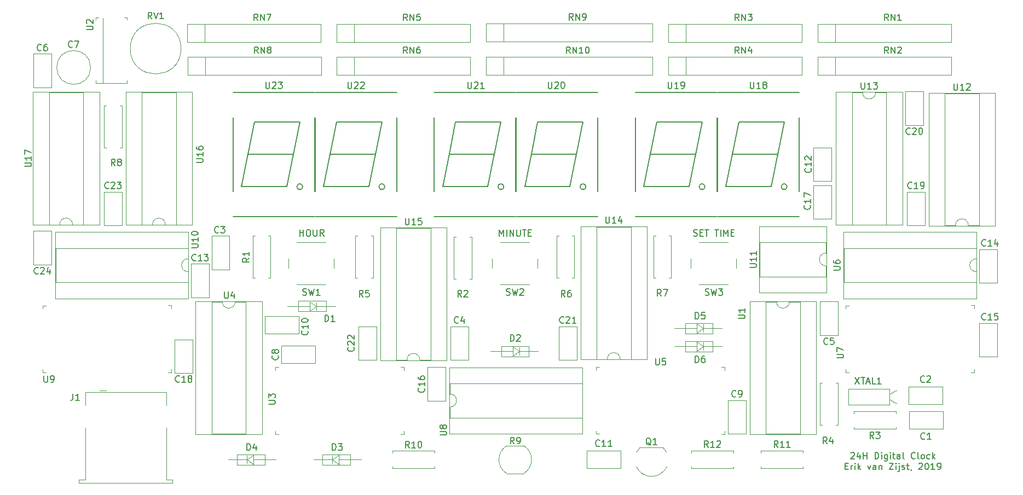
<source format=gto>
G04 #@! TF.GenerationSoftware,KiCad,Pcbnew,(5.1.2-1)-1*
G04 #@! TF.CreationDate,2019-07-28T19:22:19-07:00*
G04 #@! TF.ProjectId,clock,636c6f63-6b2e-46b6-9963-61645f706362,v01*
G04 #@! TF.SameCoordinates,Original*
G04 #@! TF.FileFunction,Legend,Top*
G04 #@! TF.FilePolarity,Positive*
%FSLAX46Y46*%
G04 Gerber Fmt 4.6, Leading zero omitted, Abs format (unit mm)*
G04 Created by KiCad (PCBNEW (5.1.2-1)-1) date 2019-07-28 19:22:19*
%MOMM*%
%LPD*%
G04 APERTURE LIST*
%ADD10C,0.150000*%
%ADD11C,0.100000*%
%ADD12C,0.120000*%
G04 APERTURE END LIST*
D10*
X252556190Y-126992619D02*
X252603809Y-126945000D01*
X252699047Y-126897380D01*
X252937142Y-126897380D01*
X253032380Y-126945000D01*
X253080000Y-126992619D01*
X253127619Y-127087857D01*
X253127619Y-127183095D01*
X253080000Y-127325952D01*
X252508571Y-127897380D01*
X253127619Y-127897380D01*
X253984761Y-127230714D02*
X253984761Y-127897380D01*
X253746666Y-126849761D02*
X253508571Y-127564047D01*
X254127619Y-127564047D01*
X254508571Y-127897380D02*
X254508571Y-126897380D01*
X254508571Y-127373571D02*
X255080000Y-127373571D01*
X255080000Y-127897380D02*
X255080000Y-126897380D01*
X256318095Y-127897380D02*
X256318095Y-126897380D01*
X256556190Y-126897380D01*
X256699047Y-126945000D01*
X256794285Y-127040238D01*
X256841904Y-127135476D01*
X256889523Y-127325952D01*
X256889523Y-127468809D01*
X256841904Y-127659285D01*
X256794285Y-127754523D01*
X256699047Y-127849761D01*
X256556190Y-127897380D01*
X256318095Y-127897380D01*
X257318095Y-127897380D02*
X257318095Y-127230714D01*
X257318095Y-126897380D02*
X257270476Y-126945000D01*
X257318095Y-126992619D01*
X257365714Y-126945000D01*
X257318095Y-126897380D01*
X257318095Y-126992619D01*
X258222857Y-127230714D02*
X258222857Y-128040238D01*
X258175238Y-128135476D01*
X258127619Y-128183095D01*
X258032380Y-128230714D01*
X257889523Y-128230714D01*
X257794285Y-128183095D01*
X258222857Y-127849761D02*
X258127619Y-127897380D01*
X257937142Y-127897380D01*
X257841904Y-127849761D01*
X257794285Y-127802142D01*
X257746666Y-127706904D01*
X257746666Y-127421190D01*
X257794285Y-127325952D01*
X257841904Y-127278333D01*
X257937142Y-127230714D01*
X258127619Y-127230714D01*
X258222857Y-127278333D01*
X258699047Y-127897380D02*
X258699047Y-127230714D01*
X258699047Y-126897380D02*
X258651428Y-126945000D01*
X258699047Y-126992619D01*
X258746666Y-126945000D01*
X258699047Y-126897380D01*
X258699047Y-126992619D01*
X259032380Y-127230714D02*
X259413333Y-127230714D01*
X259175238Y-126897380D02*
X259175238Y-127754523D01*
X259222857Y-127849761D01*
X259318095Y-127897380D01*
X259413333Y-127897380D01*
X260175238Y-127897380D02*
X260175238Y-127373571D01*
X260127619Y-127278333D01*
X260032380Y-127230714D01*
X259841904Y-127230714D01*
X259746666Y-127278333D01*
X260175238Y-127849761D02*
X260080000Y-127897380D01*
X259841904Y-127897380D01*
X259746666Y-127849761D01*
X259699047Y-127754523D01*
X259699047Y-127659285D01*
X259746666Y-127564047D01*
X259841904Y-127516428D01*
X260080000Y-127516428D01*
X260175238Y-127468809D01*
X260794285Y-127897380D02*
X260699047Y-127849761D01*
X260651428Y-127754523D01*
X260651428Y-126897380D01*
X262508571Y-127802142D02*
X262460952Y-127849761D01*
X262318095Y-127897380D01*
X262222857Y-127897380D01*
X262080000Y-127849761D01*
X261984761Y-127754523D01*
X261937142Y-127659285D01*
X261889523Y-127468809D01*
X261889523Y-127325952D01*
X261937142Y-127135476D01*
X261984761Y-127040238D01*
X262080000Y-126945000D01*
X262222857Y-126897380D01*
X262318095Y-126897380D01*
X262460952Y-126945000D01*
X262508571Y-126992619D01*
X263080000Y-127897380D02*
X262984761Y-127849761D01*
X262937142Y-127754523D01*
X262937142Y-126897380D01*
X263603809Y-127897380D02*
X263508571Y-127849761D01*
X263460952Y-127802142D01*
X263413333Y-127706904D01*
X263413333Y-127421190D01*
X263460952Y-127325952D01*
X263508571Y-127278333D01*
X263603809Y-127230714D01*
X263746666Y-127230714D01*
X263841904Y-127278333D01*
X263889523Y-127325952D01*
X263937142Y-127421190D01*
X263937142Y-127706904D01*
X263889523Y-127802142D01*
X263841904Y-127849761D01*
X263746666Y-127897380D01*
X263603809Y-127897380D01*
X264794285Y-127849761D02*
X264699047Y-127897380D01*
X264508571Y-127897380D01*
X264413333Y-127849761D01*
X264365714Y-127802142D01*
X264318095Y-127706904D01*
X264318095Y-127421190D01*
X264365714Y-127325952D01*
X264413333Y-127278333D01*
X264508571Y-127230714D01*
X264699047Y-127230714D01*
X264794285Y-127278333D01*
X265222857Y-127897380D02*
X265222857Y-126897380D01*
X265318095Y-127516428D02*
X265603809Y-127897380D01*
X265603809Y-127230714D02*
X265222857Y-127611666D01*
X251699047Y-129023571D02*
X252032380Y-129023571D01*
X252175238Y-129547380D02*
X251699047Y-129547380D01*
X251699047Y-128547380D01*
X252175238Y-128547380D01*
X252603809Y-129547380D02*
X252603809Y-128880714D01*
X252603809Y-129071190D02*
X252651428Y-128975952D01*
X252699047Y-128928333D01*
X252794285Y-128880714D01*
X252889523Y-128880714D01*
X253222857Y-129547380D02*
X253222857Y-128880714D01*
X253222857Y-128547380D02*
X253175238Y-128595000D01*
X253222857Y-128642619D01*
X253270476Y-128595000D01*
X253222857Y-128547380D01*
X253222857Y-128642619D01*
X253699047Y-129547380D02*
X253699047Y-128547380D01*
X253794285Y-129166428D02*
X254080000Y-129547380D01*
X254080000Y-128880714D02*
X253699047Y-129261666D01*
X255175238Y-128880714D02*
X255413333Y-129547380D01*
X255651428Y-128880714D01*
X256460952Y-129547380D02*
X256460952Y-129023571D01*
X256413333Y-128928333D01*
X256318095Y-128880714D01*
X256127619Y-128880714D01*
X256032380Y-128928333D01*
X256460952Y-129499761D02*
X256365714Y-129547380D01*
X256127619Y-129547380D01*
X256032380Y-129499761D01*
X255984761Y-129404523D01*
X255984761Y-129309285D01*
X256032380Y-129214047D01*
X256127619Y-129166428D01*
X256365714Y-129166428D01*
X256460952Y-129118809D01*
X256937142Y-128880714D02*
X256937142Y-129547380D01*
X256937142Y-128975952D02*
X256984761Y-128928333D01*
X257080000Y-128880714D01*
X257222857Y-128880714D01*
X257318095Y-128928333D01*
X257365714Y-129023571D01*
X257365714Y-129547380D01*
X258508571Y-128547380D02*
X259175238Y-128547380D01*
X258508571Y-129547380D01*
X259175238Y-129547380D01*
X259556190Y-129547380D02*
X259556190Y-128880714D01*
X259556190Y-128547380D02*
X259508571Y-128595000D01*
X259556190Y-128642619D01*
X259603809Y-128595000D01*
X259556190Y-128547380D01*
X259556190Y-128642619D01*
X260032380Y-128880714D02*
X260032380Y-129737857D01*
X259984761Y-129833095D01*
X259889523Y-129880714D01*
X259841904Y-129880714D01*
X260032380Y-128547380D02*
X259984761Y-128595000D01*
X260032380Y-128642619D01*
X260080000Y-128595000D01*
X260032380Y-128547380D01*
X260032380Y-128642619D01*
X260460952Y-129499761D02*
X260556190Y-129547380D01*
X260746666Y-129547380D01*
X260841904Y-129499761D01*
X260889523Y-129404523D01*
X260889523Y-129356904D01*
X260841904Y-129261666D01*
X260746666Y-129214047D01*
X260603809Y-129214047D01*
X260508571Y-129166428D01*
X260460952Y-129071190D01*
X260460952Y-129023571D01*
X260508571Y-128928333D01*
X260603809Y-128880714D01*
X260746666Y-128880714D01*
X260841904Y-128928333D01*
X261175238Y-128880714D02*
X261556190Y-128880714D01*
X261318095Y-128547380D02*
X261318095Y-129404523D01*
X261365714Y-129499761D01*
X261460952Y-129547380D01*
X261556190Y-129547380D01*
X261937142Y-129499761D02*
X261937142Y-129547380D01*
X261889523Y-129642619D01*
X261841904Y-129690238D01*
X263080000Y-128642619D02*
X263127619Y-128595000D01*
X263222857Y-128547380D01*
X263460952Y-128547380D01*
X263556190Y-128595000D01*
X263603809Y-128642619D01*
X263651428Y-128737857D01*
X263651428Y-128833095D01*
X263603809Y-128975952D01*
X263032380Y-129547380D01*
X263651428Y-129547380D01*
X264270476Y-128547380D02*
X264365714Y-128547380D01*
X264460952Y-128595000D01*
X264508571Y-128642619D01*
X264556190Y-128737857D01*
X264603809Y-128928333D01*
X264603809Y-129166428D01*
X264556190Y-129356904D01*
X264508571Y-129452142D01*
X264460952Y-129499761D01*
X264365714Y-129547380D01*
X264270476Y-129547380D01*
X264175238Y-129499761D01*
X264127619Y-129452142D01*
X264080000Y-129356904D01*
X264032380Y-129166428D01*
X264032380Y-128928333D01*
X264080000Y-128737857D01*
X264127619Y-128642619D01*
X264175238Y-128595000D01*
X264270476Y-128547380D01*
X265556190Y-129547380D02*
X264984761Y-129547380D01*
X265270476Y-129547380D02*
X265270476Y-128547380D01*
X265175238Y-128690238D01*
X265080000Y-128785476D01*
X264984761Y-128833095D01*
X266032380Y-129547380D02*
X266222857Y-129547380D01*
X266318095Y-129499761D01*
X266365714Y-129452142D01*
X266460952Y-129309285D01*
X266508571Y-129118809D01*
X266508571Y-128737857D01*
X266460952Y-128642619D01*
X266413333Y-128595000D01*
X266318095Y-128547380D01*
X266127619Y-128547380D01*
X266032380Y-128595000D01*
X265984761Y-128642619D01*
X265937142Y-128737857D01*
X265937142Y-128975952D01*
X265984761Y-129071190D01*
X266032380Y-129118809D01*
X266127619Y-129166428D01*
X266318095Y-129166428D01*
X266413333Y-129118809D01*
X266460952Y-129071190D01*
X266508571Y-128975952D01*
X167330666Y-93416380D02*
X167330666Y-92416380D01*
X167330666Y-92892571D02*
X167902095Y-92892571D01*
X167902095Y-93416380D02*
X167902095Y-92416380D01*
X168568761Y-92416380D02*
X168759238Y-92416380D01*
X168854476Y-92464000D01*
X168949714Y-92559238D01*
X168997333Y-92749714D01*
X168997333Y-93083047D01*
X168949714Y-93273523D01*
X168854476Y-93368761D01*
X168759238Y-93416380D01*
X168568761Y-93416380D01*
X168473523Y-93368761D01*
X168378285Y-93273523D01*
X168330666Y-93083047D01*
X168330666Y-92749714D01*
X168378285Y-92559238D01*
X168473523Y-92464000D01*
X168568761Y-92416380D01*
X169425904Y-92416380D02*
X169425904Y-93225904D01*
X169473523Y-93321142D01*
X169521142Y-93368761D01*
X169616380Y-93416380D01*
X169806857Y-93416380D01*
X169902095Y-93368761D01*
X169949714Y-93321142D01*
X169997333Y-93225904D01*
X169997333Y-92416380D01*
X171044952Y-93416380D02*
X170711619Y-92940190D01*
X170473523Y-93416380D02*
X170473523Y-92416380D01*
X170854476Y-92416380D01*
X170949714Y-92464000D01*
X170997333Y-92511619D01*
X171044952Y-92606857D01*
X171044952Y-92749714D01*
X170997333Y-92844952D01*
X170949714Y-92892571D01*
X170854476Y-92940190D01*
X170473523Y-92940190D01*
X198207619Y-93416380D02*
X198207619Y-92416380D01*
X198540952Y-93130666D01*
X198874285Y-92416380D01*
X198874285Y-93416380D01*
X199350476Y-93416380D02*
X199350476Y-92416380D01*
X199826666Y-93416380D02*
X199826666Y-92416380D01*
X200398095Y-93416380D01*
X200398095Y-92416380D01*
X200874285Y-92416380D02*
X200874285Y-93225904D01*
X200921904Y-93321142D01*
X200969523Y-93368761D01*
X201064761Y-93416380D01*
X201255238Y-93416380D01*
X201350476Y-93368761D01*
X201398095Y-93321142D01*
X201445714Y-93225904D01*
X201445714Y-92416380D01*
X201779047Y-92416380D02*
X202350476Y-92416380D01*
X202064761Y-93416380D02*
X202064761Y-92416380D01*
X202683809Y-92892571D02*
X203017142Y-92892571D01*
X203160000Y-93416380D02*
X202683809Y-93416380D01*
X202683809Y-92416380D01*
X203160000Y-92416380D01*
X228251142Y-93368761D02*
X228394000Y-93416380D01*
X228632095Y-93416380D01*
X228727333Y-93368761D01*
X228774952Y-93321142D01*
X228822571Y-93225904D01*
X228822571Y-93130666D01*
X228774952Y-93035428D01*
X228727333Y-92987809D01*
X228632095Y-92940190D01*
X228441619Y-92892571D01*
X228346380Y-92844952D01*
X228298761Y-92797333D01*
X228251142Y-92702095D01*
X228251142Y-92606857D01*
X228298761Y-92511619D01*
X228346380Y-92464000D01*
X228441619Y-92416380D01*
X228679714Y-92416380D01*
X228822571Y-92464000D01*
X229251142Y-92892571D02*
X229584476Y-92892571D01*
X229727333Y-93416380D02*
X229251142Y-93416380D01*
X229251142Y-92416380D01*
X229727333Y-92416380D01*
X230013047Y-92416380D02*
X230584476Y-92416380D01*
X230298761Y-93416380D02*
X230298761Y-92416380D01*
X231536857Y-92416380D02*
X232108285Y-92416380D01*
X231822571Y-93416380D02*
X231822571Y-92416380D01*
X232441619Y-93416380D02*
X232441619Y-92416380D01*
X232917809Y-93416380D02*
X232917809Y-92416380D01*
X233251142Y-93130666D01*
X233584476Y-92416380D01*
X233584476Y-93416380D01*
X234060666Y-92892571D02*
X234394000Y-92892571D01*
X234536857Y-93416380D02*
X234060666Y-93416380D01*
X234060666Y-92416380D01*
X234536857Y-92416380D01*
D11*
X226934000Y-111290000D02*
X226934000Y-110490000D01*
X231234000Y-111290000D02*
X226934000Y-111290000D01*
X231234000Y-110490000D02*
X231234000Y-111290000D01*
X232634000Y-110490000D02*
X231234000Y-110490000D01*
X226934000Y-109690000D02*
X226934000Y-110490000D01*
X231234000Y-109690000D02*
X226934000Y-109690000D01*
X231234000Y-110490000D02*
X231234000Y-109690000D01*
X225234000Y-110490000D02*
X226934000Y-110490000D01*
X230434000Y-110490000D02*
X231234000Y-110490000D01*
X229734000Y-110490000D02*
X228734000Y-111190000D01*
X228734000Y-109790000D02*
X229734000Y-110490000D01*
X228734000Y-111190000D02*
X228734000Y-109790000D01*
X226934000Y-110490000D02*
X228734000Y-110490000D01*
X229734000Y-110490000D02*
X230434000Y-110490000D01*
X229734000Y-110490000D02*
X229734000Y-111090000D01*
X229734000Y-110490000D02*
X229734000Y-109890000D01*
X226934000Y-108496000D02*
X226934000Y-107696000D01*
X231234000Y-108496000D02*
X226934000Y-108496000D01*
X231234000Y-107696000D02*
X231234000Y-108496000D01*
X232634000Y-107696000D02*
X231234000Y-107696000D01*
X226934000Y-106896000D02*
X226934000Y-107696000D01*
X231234000Y-106896000D02*
X226934000Y-106896000D01*
X231234000Y-107696000D02*
X231234000Y-106896000D01*
X225234000Y-107696000D02*
X226934000Y-107696000D01*
X230434000Y-107696000D02*
X231234000Y-107696000D01*
X229734000Y-107696000D02*
X228734000Y-108396000D01*
X228734000Y-106996000D02*
X229734000Y-107696000D01*
X228734000Y-108396000D02*
X228734000Y-106996000D01*
X226934000Y-107696000D02*
X228734000Y-107696000D01*
X229734000Y-107696000D02*
X230434000Y-107696000D01*
X229734000Y-107696000D02*
X229734000Y-108296000D01*
X229734000Y-107696000D02*
X229734000Y-107096000D01*
D12*
X222023000Y-99917000D02*
X222353000Y-99917000D01*
X222023000Y-93377000D02*
X222023000Y-99917000D01*
X222353000Y-93377000D02*
X222023000Y-93377000D01*
X224763000Y-99917000D02*
X224433000Y-99917000D01*
X224763000Y-93377000D02*
X224763000Y-99917000D01*
X224433000Y-93377000D02*
X224763000Y-93377000D01*
X198882000Y-65656000D02*
X198882000Y-68456000D01*
X221912000Y-65656000D02*
X196172000Y-65656000D01*
X221912000Y-68456000D02*
X221912000Y-65656000D01*
X196172000Y-68456000D02*
X221912000Y-68456000D01*
X196172000Y-65656000D02*
X196172000Y-68456000D01*
X198882000Y-60512000D02*
X198882000Y-63312000D01*
X221912000Y-60512000D02*
X196172000Y-60512000D01*
X221912000Y-63312000D02*
X221912000Y-60512000D01*
X196172000Y-63312000D02*
X221912000Y-63312000D01*
X196172000Y-60512000D02*
X196172000Y-63312000D01*
X152679000Y-65656000D02*
X152679000Y-68456000D01*
X170629000Y-65656000D02*
X149969000Y-65656000D01*
X170629000Y-68456000D02*
X170629000Y-65656000D01*
X149969000Y-68456000D02*
X170629000Y-68456000D01*
X149969000Y-65656000D02*
X149969000Y-68456000D01*
X152654000Y-60576000D02*
X152654000Y-63376000D01*
X170604000Y-60576000D02*
X149944000Y-60576000D01*
X170604000Y-63376000D02*
X170604000Y-60576000D01*
X149944000Y-63376000D02*
X170604000Y-63376000D01*
X149944000Y-60576000D02*
X149944000Y-63376000D01*
X175768000Y-65656000D02*
X175768000Y-68456000D01*
X193718000Y-65656000D02*
X173058000Y-65656000D01*
X193718000Y-68456000D02*
X193718000Y-65656000D01*
X173058000Y-68456000D02*
X193718000Y-68456000D01*
X173058000Y-65656000D02*
X173058000Y-68456000D01*
X175768000Y-60576000D02*
X175768000Y-63376000D01*
X193718000Y-60576000D02*
X173058000Y-60576000D01*
X193718000Y-63376000D02*
X193718000Y-60576000D01*
X173058000Y-63376000D02*
X193718000Y-63376000D01*
X173058000Y-60576000D02*
X173058000Y-63376000D01*
X227076000Y-65656000D02*
X227076000Y-68456000D01*
X245026000Y-65656000D02*
X224366000Y-65656000D01*
X245026000Y-68456000D02*
X245026000Y-65656000D01*
X224366000Y-68456000D02*
X245026000Y-68456000D01*
X224366000Y-65656000D02*
X224366000Y-68456000D01*
X227076000Y-60576000D02*
X227076000Y-63376000D01*
X245026000Y-60576000D02*
X224366000Y-60576000D01*
X245026000Y-63376000D02*
X245026000Y-60576000D01*
X224366000Y-63376000D02*
X245026000Y-63376000D01*
X224366000Y-60576000D02*
X224366000Y-63376000D01*
X250190000Y-65656000D02*
X250190000Y-68456000D01*
X268140000Y-65656000D02*
X247480000Y-65656000D01*
X268140000Y-68456000D02*
X268140000Y-65656000D01*
X247480000Y-68456000D02*
X268140000Y-68456000D01*
X247480000Y-65656000D02*
X247480000Y-68456000D01*
X250190000Y-60576000D02*
X250190000Y-63376000D01*
X268140000Y-60576000D02*
X247480000Y-60576000D01*
X268140000Y-63376000D02*
X268140000Y-60576000D01*
X247480000Y-63376000D02*
X268140000Y-63376000D01*
X247480000Y-60576000D02*
X247480000Y-63376000D01*
X134970000Y-67310000D02*
G75*
G03X134970000Y-67310000I-2620000J0D01*
G01*
D11*
X135776000Y-59543000D02*
X136176000Y-59543000D01*
X135776000Y-59943000D02*
X135776000Y-59543000D01*
X135776000Y-69743000D02*
X135776000Y-69343000D01*
X135776000Y-69743000D02*
X136176000Y-69743000D01*
X140576000Y-69743000D02*
X140576000Y-69343000D01*
X140576000Y-69743000D02*
X136176000Y-69743000D01*
X140576000Y-59543000D02*
X140576000Y-59943000D01*
X140576000Y-59543000D02*
X140176000Y-59543000D01*
X136886000Y-69743000D02*
X136886000Y-59643000D01*
X233075000Y-124062000D02*
X233075000Y-123562000D01*
X233075000Y-124062000D02*
X232575000Y-124062000D01*
X233059000Y-113662000D02*
X233059000Y-114162000D01*
X233059000Y-113662000D02*
X232559000Y-113662000D01*
X213149000Y-113682000D02*
X213649000Y-113682000D01*
X213149000Y-113682000D02*
X213149000Y-114182000D01*
X213149000Y-124052000D02*
X213149000Y-123552000D01*
X213149000Y-124052000D02*
X213649000Y-124052000D01*
D12*
X148964000Y-64389000D02*
G75*
G03X148964000Y-64389000I-3930000J0D01*
G01*
D10*
X204137000Y-75772000D02*
X203137000Y-80772000D01*
X203137000Y-80772000D02*
X202137000Y-85772000D01*
X202137000Y-85772000D02*
X209137000Y-85772000D01*
X209137000Y-85772000D02*
X210137000Y-80772000D01*
X211137000Y-75772000D02*
X210137000Y-80772000D01*
X210137000Y-80772000D02*
X203137000Y-80772000D01*
X204137000Y-75772000D02*
X211137000Y-75772000D01*
X213437000Y-90372000D02*
X200837000Y-90372000D01*
X200837000Y-75072000D02*
X200837000Y-86472000D01*
X213437000Y-75072000D02*
X213437000Y-86472000D01*
X200837000Y-71172000D02*
X213437000Y-71172000D01*
X211584214Y-85772000D02*
G75*
G03X211584214Y-85772000I-447214J0D01*
G01*
D12*
X139800000Y-73184000D02*
X139470000Y-73184000D01*
X139800000Y-79724000D02*
X139800000Y-73184000D01*
X139470000Y-79724000D02*
X139800000Y-79724000D01*
X137060000Y-73184000D02*
X137390000Y-73184000D01*
X137060000Y-79724000D02*
X137060000Y-73184000D01*
X137390000Y-79724000D02*
X137060000Y-79724000D01*
X128878000Y-70418000D02*
X126138000Y-70418000D01*
X128878000Y-65178000D02*
X126138000Y-65178000D01*
X126138000Y-65178000D02*
X126138000Y-70418000D01*
X128878000Y-65178000D02*
X128878000Y-70418000D01*
D11*
X163546000Y-113682000D02*
X163546000Y-114182000D01*
X163546000Y-113682000D02*
X164046000Y-113682000D01*
X163562000Y-124082000D02*
X163562000Y-123582000D01*
X163562000Y-124082000D02*
X164062000Y-124082000D01*
X183472000Y-124062000D02*
X182972000Y-124062000D01*
X183472000Y-124062000D02*
X183472000Y-123562000D01*
X183472000Y-113692000D02*
X183472000Y-114192000D01*
X183472000Y-113692000D02*
X182972000Y-113692000D01*
X147477000Y-114537000D02*
X147477000Y-114037000D01*
X147477000Y-114537000D02*
X146977000Y-114537000D01*
X147461000Y-104137000D02*
X147461000Y-104637000D01*
X147461000Y-104137000D02*
X146961000Y-104137000D01*
X127551000Y-104157000D02*
X128051000Y-104157000D01*
X127551000Y-104157000D02*
X127551000Y-104657000D01*
X127551000Y-114527000D02*
X127551000Y-114027000D01*
X127551000Y-114527000D02*
X128051000Y-114527000D01*
X271683000Y-114537000D02*
X271683000Y-114037000D01*
X271683000Y-114537000D02*
X271183000Y-114537000D01*
X271667000Y-104137000D02*
X271667000Y-104637000D01*
X271667000Y-104137000D02*
X271167000Y-104137000D01*
X251757000Y-104157000D02*
X252257000Y-104157000D01*
X251757000Y-104157000D02*
X251757000Y-104657000D01*
X251757000Y-114527000D02*
X251757000Y-114027000D01*
X251757000Y-114527000D02*
X252257000Y-114527000D01*
D12*
X233580000Y-118812000D02*
X236320000Y-118812000D01*
X233580000Y-124052000D02*
X236320000Y-124052000D01*
X236320000Y-124052000D02*
X236320000Y-118812000D01*
X233580000Y-124052000D02*
X233580000Y-118812000D01*
X245205000Y-129386000D02*
X245205000Y-129056000D01*
X238665000Y-129386000D02*
X245205000Y-129386000D01*
X238665000Y-129056000D02*
X238665000Y-129386000D01*
X245205000Y-126646000D02*
X245205000Y-126976000D01*
X238665000Y-126646000D02*
X245205000Y-126646000D01*
X238665000Y-126976000D02*
X238665000Y-126646000D01*
X272442000Y-106874000D02*
X275182000Y-106874000D01*
X272442000Y-112114000D02*
X275182000Y-112114000D01*
X275182000Y-112114000D02*
X275182000Y-106874000D01*
X272442000Y-112114000D02*
X272442000Y-106874000D01*
X219417816Y-126893205D02*
G75*
G02X219942000Y-126166000I2324184J-1122795D01*
G01*
X219385600Y-129114807D02*
G75*
G03X221742000Y-130616000I2356400J1098807D01*
G01*
X224098400Y-129114807D02*
G75*
G02X221742000Y-130616000I-2356400J1098807D01*
G01*
X224066184Y-126893205D02*
G75*
G03X223542000Y-126166000I-2324184J-1122795D01*
G01*
X223542000Y-126166000D02*
X219942000Y-126166000D01*
X140402000Y-91687000D02*
X150682000Y-91687000D01*
X140402000Y-71127000D02*
X140402000Y-91687000D01*
X150682000Y-71127000D02*
X140402000Y-71127000D01*
X150682000Y-91687000D02*
X150682000Y-71127000D01*
X142892000Y-91627000D02*
X144542000Y-91627000D01*
X142892000Y-71187000D02*
X142892000Y-91627000D01*
X148192000Y-71187000D02*
X142892000Y-71187000D01*
X148192000Y-91627000D02*
X148192000Y-71187000D01*
X146542000Y-91627000D02*
X148192000Y-91627000D01*
X144542000Y-91627000D02*
G75*
G02X146542000Y-91627000I1000000J0D01*
G01*
X253016000Y-120550000D02*
X253016000Y-120880000D01*
X259556000Y-120550000D02*
X253016000Y-120550000D01*
X259556000Y-120880000D02*
X259556000Y-120550000D01*
X253016000Y-123290000D02*
X253016000Y-122960000D01*
X259556000Y-123290000D02*
X253016000Y-123290000D01*
X259556000Y-122960000D02*
X259556000Y-123290000D01*
X250544000Y-116110000D02*
X250214000Y-116110000D01*
X250544000Y-122650000D02*
X250544000Y-116110000D01*
X250214000Y-122650000D02*
X250544000Y-122650000D01*
X247804000Y-116110000D02*
X248134000Y-116110000D01*
X247804000Y-122650000D02*
X247804000Y-116110000D01*
X248134000Y-122650000D02*
X247804000Y-122650000D01*
D10*
X235252000Y-75772000D02*
X234252000Y-80772000D01*
X234252000Y-80772000D02*
X233252000Y-85772000D01*
X233252000Y-85772000D02*
X240252000Y-85772000D01*
X240252000Y-85772000D02*
X241252000Y-80772000D01*
X242252000Y-75772000D02*
X241252000Y-80772000D01*
X241252000Y-80772000D02*
X234252000Y-80772000D01*
X235252000Y-75772000D02*
X242252000Y-75772000D01*
X244552000Y-90372000D02*
X231952000Y-90372000D01*
X231952000Y-75072000D02*
X231952000Y-86472000D01*
X244552000Y-75072000D02*
X244552000Y-86472000D01*
X231952000Y-71172000D02*
X244552000Y-71172000D01*
X242699214Y-85772000D02*
G75*
G03X242699214Y-85772000I-447214J0D01*
G01*
X222552000Y-75772000D02*
X221552000Y-80772000D01*
X221552000Y-80772000D02*
X220552000Y-85772000D01*
X220552000Y-85772000D02*
X227552000Y-85772000D01*
X227552000Y-85772000D02*
X228552000Y-80772000D01*
X229552000Y-75772000D02*
X228552000Y-80772000D01*
X228552000Y-80772000D02*
X221552000Y-80772000D01*
X222552000Y-75772000D02*
X229552000Y-75772000D01*
X231852000Y-90372000D02*
X219252000Y-90372000D01*
X219252000Y-75072000D02*
X219252000Y-86472000D01*
X231852000Y-75072000D02*
X231852000Y-86472000D01*
X219252000Y-71172000D02*
X231852000Y-71172000D01*
X229999214Y-85772000D02*
G75*
G03X229999214Y-85772000I-447214J0D01*
G01*
X191437000Y-75772000D02*
X190437000Y-80772000D01*
X190437000Y-80772000D02*
X189437000Y-85772000D01*
X189437000Y-85772000D02*
X196437000Y-85772000D01*
X196437000Y-85772000D02*
X197437000Y-80772000D01*
X198437000Y-75772000D02*
X197437000Y-80772000D01*
X197437000Y-80772000D02*
X190437000Y-80772000D01*
X191437000Y-75772000D02*
X198437000Y-75772000D01*
X200737000Y-90372000D02*
X188137000Y-90372000D01*
X188137000Y-75072000D02*
X188137000Y-86472000D01*
X200737000Y-75072000D02*
X200737000Y-86472000D01*
X188137000Y-71172000D02*
X200737000Y-71172000D01*
X198884214Y-85772000D02*
G75*
G03X198884214Y-85772000I-447214J0D01*
G01*
X173022000Y-75772000D02*
X172022000Y-80772000D01*
X172022000Y-80772000D02*
X171022000Y-85772000D01*
X171022000Y-85772000D02*
X178022000Y-85772000D01*
X178022000Y-85772000D02*
X179022000Y-80772000D01*
X180022000Y-75772000D02*
X179022000Y-80772000D01*
X179022000Y-80772000D02*
X172022000Y-80772000D01*
X173022000Y-75772000D02*
X180022000Y-75772000D01*
X182322000Y-90372000D02*
X169722000Y-90372000D01*
X169722000Y-75072000D02*
X169722000Y-86472000D01*
X182322000Y-75072000D02*
X182322000Y-86472000D01*
X169722000Y-71172000D02*
X182322000Y-71172000D01*
X180469214Y-85772000D02*
G75*
G03X180469214Y-85772000I-447214J0D01*
G01*
X160322000Y-75772000D02*
X159322000Y-80772000D01*
X159322000Y-80772000D02*
X158322000Y-85772000D01*
X158322000Y-85772000D02*
X165322000Y-85772000D01*
X165322000Y-85772000D02*
X166322000Y-80772000D01*
X167322000Y-75772000D02*
X166322000Y-80772000D01*
X166322000Y-80772000D02*
X159322000Y-80772000D01*
X160322000Y-75772000D02*
X167322000Y-75772000D01*
X169622000Y-90372000D02*
X157022000Y-90372000D01*
X157022000Y-75072000D02*
X157022000Y-86472000D01*
X169622000Y-75072000D02*
X169622000Y-86472000D01*
X157022000Y-71172000D02*
X169622000Y-71172000D01*
X167769214Y-85772000D02*
G75*
G03X167769214Y-85772000I-447214J0D01*
G01*
D12*
X259450000Y-119248000D02*
X259650000Y-119248000D01*
X258550000Y-118648000D02*
X259450000Y-119248000D01*
X259450000Y-117348000D02*
X259650000Y-117348000D01*
X258550000Y-117948000D02*
X259450000Y-117348000D01*
X258550000Y-119498000D02*
X258550000Y-117098000D01*
X252150000Y-119498000D02*
X258550000Y-119498000D01*
X252150000Y-117098000D02*
X252150000Y-119498000D01*
X258550000Y-117098000D02*
X252150000Y-117098000D01*
X247202000Y-103512000D02*
X236922000Y-103512000D01*
X247202000Y-124072000D02*
X247202000Y-103512000D01*
X236922000Y-124072000D02*
X247202000Y-124072000D01*
X236922000Y-103512000D02*
X236922000Y-124072000D01*
X244712000Y-103572000D02*
X243062000Y-103572000D01*
X244712000Y-124012000D02*
X244712000Y-103572000D01*
X239412000Y-124012000D02*
X244712000Y-124012000D01*
X239412000Y-103572000D02*
X239412000Y-124012000D01*
X241062000Y-103572000D02*
X239412000Y-103572000D01*
X243062000Y-103572000D02*
G75*
G02X241062000Y-103572000I-1000000J0D01*
G01*
X272027000Y-103057000D02*
X272027000Y-92777000D01*
X251467000Y-103057000D02*
X272027000Y-103057000D01*
X251467000Y-92777000D02*
X251467000Y-103057000D01*
X272027000Y-92777000D02*
X251467000Y-92777000D01*
X271967000Y-100567000D02*
X271967000Y-98917000D01*
X251527000Y-100567000D02*
X271967000Y-100567000D01*
X251527000Y-95267000D02*
X251527000Y-100567000D01*
X271967000Y-95267000D02*
X251527000Y-95267000D01*
X271967000Y-96917000D02*
X271967000Y-95267000D01*
X271967000Y-98917000D02*
G75*
G02X271967000Y-96917000I0J1000000D01*
G01*
X190507000Y-113732000D02*
X190507000Y-124012000D01*
X211067000Y-113732000D02*
X190507000Y-113732000D01*
X211067000Y-124012000D02*
X211067000Y-113732000D01*
X190507000Y-124012000D02*
X211067000Y-124012000D01*
X190567000Y-116222000D02*
X190567000Y-117872000D01*
X211007000Y-116222000D02*
X190567000Y-116222000D01*
X211007000Y-121522000D02*
X211007000Y-116222000D01*
X190567000Y-121522000D02*
X211007000Y-121522000D01*
X190567000Y-119872000D02*
X190567000Y-121522000D01*
X190567000Y-117872000D02*
G75*
G02X190567000Y-119872000I0J-1000000D01*
G01*
X150107000Y-103057000D02*
X150107000Y-92777000D01*
X129547000Y-103057000D02*
X150107000Y-103057000D01*
X129547000Y-92777000D02*
X129547000Y-103057000D01*
X150107000Y-92777000D02*
X129547000Y-92777000D01*
X150047000Y-100567000D02*
X150047000Y-98917000D01*
X129607000Y-100567000D02*
X150047000Y-100567000D01*
X129607000Y-95267000D02*
X129607000Y-100567000D01*
X150047000Y-95267000D02*
X129607000Y-95267000D01*
X150047000Y-96917000D02*
X150047000Y-95267000D01*
X150047000Y-98917000D02*
G75*
G02X150047000Y-96917000I0J1000000D01*
G01*
X264608000Y-91814000D02*
X274888000Y-91814000D01*
X264608000Y-71254000D02*
X264608000Y-91814000D01*
X274888000Y-71254000D02*
X264608000Y-71254000D01*
X274888000Y-91814000D02*
X274888000Y-71254000D01*
X267098000Y-91754000D02*
X268748000Y-91754000D01*
X267098000Y-71314000D02*
X267098000Y-91754000D01*
X272398000Y-71314000D02*
X267098000Y-71314000D01*
X272398000Y-91754000D02*
X272398000Y-71314000D01*
X270748000Y-91754000D02*
X272398000Y-91754000D01*
X268748000Y-91754000D02*
G75*
G02X270748000Y-91754000I1000000J0D01*
G01*
X210760000Y-112515000D02*
X221040000Y-112515000D01*
X210760000Y-91955000D02*
X210760000Y-112515000D01*
X221040000Y-91955000D02*
X210760000Y-91955000D01*
X221040000Y-112515000D02*
X221040000Y-91955000D01*
X213250000Y-112455000D02*
X214900000Y-112455000D01*
X213250000Y-92015000D02*
X213250000Y-112455000D01*
X218550000Y-92015000D02*
X213250000Y-92015000D01*
X218550000Y-112455000D02*
X218550000Y-92015000D01*
X216900000Y-112455000D02*
X218550000Y-112455000D01*
X214900000Y-112455000D02*
G75*
G02X216900000Y-112455000I1000000J0D01*
G01*
X260537000Y-71127000D02*
X250257000Y-71127000D01*
X260537000Y-91687000D02*
X260537000Y-71127000D01*
X250257000Y-91687000D02*
X260537000Y-91687000D01*
X250257000Y-71127000D02*
X250257000Y-91687000D01*
X258047000Y-71187000D02*
X256397000Y-71187000D01*
X258047000Y-91627000D02*
X258047000Y-71187000D01*
X252747000Y-91627000D02*
X258047000Y-91627000D01*
X252747000Y-71187000D02*
X252747000Y-91627000D01*
X254397000Y-71187000D02*
X252747000Y-71187000D01*
X256397000Y-71187000D02*
G75*
G02X254397000Y-71187000I-1000000J0D01*
G01*
X179772000Y-112642000D02*
X190052000Y-112642000D01*
X179772000Y-92082000D02*
X179772000Y-112642000D01*
X190052000Y-92082000D02*
X179772000Y-92082000D01*
X190052000Y-112642000D02*
X190052000Y-92082000D01*
X182262000Y-112582000D02*
X183912000Y-112582000D01*
X182262000Y-92142000D02*
X182262000Y-112582000D01*
X187562000Y-92142000D02*
X182262000Y-92142000D01*
X187562000Y-112582000D02*
X187562000Y-92142000D01*
X185912000Y-112582000D02*
X187562000Y-112582000D01*
X183912000Y-112582000D02*
G75*
G02X185912000Y-112582000I1000000J0D01*
G01*
X126051000Y-91687000D02*
X136331000Y-91687000D01*
X126051000Y-71127000D02*
X126051000Y-91687000D01*
X136331000Y-71127000D02*
X126051000Y-71127000D01*
X136331000Y-91687000D02*
X136331000Y-71127000D01*
X128541000Y-91627000D02*
X130191000Y-91627000D01*
X128541000Y-71187000D02*
X128541000Y-91627000D01*
X133841000Y-71187000D02*
X128541000Y-71187000D01*
X133841000Y-91627000D02*
X133841000Y-71187000D01*
X132191000Y-91627000D02*
X133841000Y-91627000D01*
X130191000Y-91627000D02*
G75*
G02X132191000Y-91627000I1000000J0D01*
G01*
D11*
X167117000Y-105067000D02*
X167117000Y-104267000D01*
X171417000Y-105067000D02*
X167117000Y-105067000D01*
X171417000Y-104267000D02*
X171417000Y-105067000D01*
X172817000Y-104267000D02*
X171417000Y-104267000D01*
X167117000Y-103467000D02*
X167117000Y-104267000D01*
X171417000Y-103467000D02*
X167117000Y-103467000D01*
X171417000Y-104267000D02*
X171417000Y-103467000D01*
X165417000Y-104267000D02*
X167117000Y-104267000D01*
X170617000Y-104267000D02*
X171417000Y-104267000D01*
X169917000Y-104267000D02*
X168917000Y-104967000D01*
X168917000Y-103567000D02*
X169917000Y-104267000D01*
X168917000Y-104967000D02*
X168917000Y-103567000D01*
X167117000Y-104267000D02*
X168917000Y-104267000D01*
X169917000Y-104267000D02*
X170617000Y-104267000D01*
X169917000Y-104267000D02*
X169917000Y-104867000D01*
X169917000Y-104267000D02*
X169917000Y-103667000D01*
X198486000Y-112052000D02*
X198486000Y-111252000D01*
X202786000Y-112052000D02*
X198486000Y-112052000D01*
X202786000Y-111252000D02*
X202786000Y-112052000D01*
X204186000Y-111252000D02*
X202786000Y-111252000D01*
X198486000Y-110452000D02*
X198486000Y-111252000D01*
X202786000Y-110452000D02*
X198486000Y-110452000D01*
X202786000Y-111252000D02*
X202786000Y-110452000D01*
X196786000Y-111252000D02*
X198486000Y-111252000D01*
X201986000Y-111252000D02*
X202786000Y-111252000D01*
X201286000Y-111252000D02*
X200286000Y-111952000D01*
X200286000Y-110552000D02*
X201286000Y-111252000D01*
X200286000Y-111952000D02*
X200286000Y-110552000D01*
X198486000Y-111252000D02*
X200286000Y-111252000D01*
X201286000Y-111252000D02*
X201986000Y-111252000D01*
X201286000Y-111252000D02*
X201286000Y-111852000D01*
X201286000Y-111252000D02*
X201286000Y-110652000D01*
D12*
X162787000Y-93377000D02*
X162457000Y-93377000D01*
X162787000Y-99917000D02*
X162787000Y-93377000D01*
X162457000Y-99917000D02*
X162787000Y-99917000D01*
X160047000Y-93377000D02*
X160377000Y-93377000D01*
X160047000Y-99917000D02*
X160047000Y-93377000D01*
X160377000Y-99917000D02*
X160047000Y-99917000D01*
X191162000Y-100044000D02*
X191492000Y-100044000D01*
X191162000Y-93504000D02*
X191162000Y-100044000D01*
X191492000Y-93504000D02*
X191162000Y-93504000D01*
X193902000Y-100044000D02*
X193572000Y-100044000D01*
X193902000Y-93504000D02*
X193902000Y-100044000D01*
X193572000Y-93504000D02*
X193902000Y-93504000D01*
X175922000Y-99917000D02*
X176252000Y-99917000D01*
X175922000Y-93377000D02*
X175922000Y-99917000D01*
X176252000Y-93377000D02*
X175922000Y-93377000D01*
X178662000Y-99917000D02*
X178332000Y-99917000D01*
X178662000Y-93377000D02*
X178662000Y-99917000D01*
X178332000Y-93377000D02*
X178662000Y-93377000D01*
X207037000Y-99917000D02*
X207367000Y-99917000D01*
X207037000Y-93377000D02*
X207037000Y-99917000D01*
X207367000Y-93377000D02*
X207037000Y-93377000D01*
X209777000Y-99917000D02*
X209447000Y-99917000D01*
X209777000Y-93377000D02*
X209777000Y-99917000D01*
X209447000Y-93377000D02*
X209777000Y-93377000D01*
X172612000Y-98377000D02*
X172612000Y-96877000D01*
X171362000Y-94377000D02*
X166862000Y-94377000D01*
X165612000Y-96877000D02*
X165612000Y-98377000D01*
X166862000Y-100877000D02*
X171362000Y-100877000D01*
X204108000Y-98377000D02*
X204108000Y-96877000D01*
X202858000Y-94377000D02*
X198358000Y-94377000D01*
X197108000Y-96877000D02*
X197108000Y-98377000D01*
X198358000Y-100877000D02*
X202858000Y-100877000D01*
X234842000Y-98377000D02*
X234842000Y-96877000D01*
X233592000Y-94377000D02*
X229092000Y-94377000D01*
X227842000Y-96877000D02*
X227842000Y-98377000D01*
X229092000Y-100877000D02*
X233592000Y-100877000D01*
X161477000Y-103512000D02*
X151197000Y-103512000D01*
X161477000Y-124072000D02*
X161477000Y-103512000D01*
X151197000Y-124072000D02*
X161477000Y-124072000D01*
X151197000Y-103512000D02*
X151197000Y-124072000D01*
X158987000Y-103572000D02*
X157337000Y-103572000D01*
X158987000Y-124012000D02*
X158987000Y-103572000D01*
X153687000Y-124012000D02*
X158987000Y-124012000D01*
X153687000Y-103572000D02*
X153687000Y-124012000D01*
X155337000Y-103572000D02*
X153687000Y-103572000D01*
X157337000Y-103572000D02*
G75*
G02X155337000Y-103572000I-1000000J0D01*
G01*
X261560000Y-123290000D02*
X261560000Y-120550000D01*
X266800000Y-123290000D02*
X266800000Y-120550000D01*
X266800000Y-120550000D02*
X261560000Y-120550000D01*
X266800000Y-123290000D02*
X261560000Y-123290000D01*
X266760000Y-116740000D02*
X266760000Y-119480000D01*
X261520000Y-116740000D02*
X261520000Y-119480000D01*
X261520000Y-119480000D02*
X266760000Y-119480000D01*
X261520000Y-116740000D02*
X266760000Y-116740000D01*
X156437000Y-98612000D02*
X153697000Y-98612000D01*
X156437000Y-93372000D02*
X153697000Y-93372000D01*
X153697000Y-93372000D02*
X153697000Y-98612000D01*
X156437000Y-93372000D02*
X156437000Y-98612000D01*
X190654000Y-107382000D02*
X193394000Y-107382000D01*
X190654000Y-112622000D02*
X193394000Y-112622000D01*
X193394000Y-112622000D02*
X193394000Y-107382000D01*
X190654000Y-112622000D02*
X190654000Y-107382000D01*
X250544000Y-108772000D02*
X247804000Y-108772000D01*
X250544000Y-103532000D02*
X247804000Y-103532000D01*
X247804000Y-103532000D02*
X247804000Y-108772000D01*
X250544000Y-103532000D02*
X250544000Y-108772000D01*
X169732000Y-110390000D02*
X169732000Y-113130000D01*
X164492000Y-110390000D02*
X164492000Y-113130000D01*
X164492000Y-113130000D02*
X169732000Y-113130000D01*
X164492000Y-110390000D02*
X169732000Y-110390000D01*
X167192000Y-105818000D02*
X167192000Y-108558000D01*
X161952000Y-105818000D02*
X161952000Y-108558000D01*
X161952000Y-108558000D02*
X167192000Y-108558000D01*
X161952000Y-105818000D02*
X167192000Y-105818000D01*
X153262000Y-102930000D02*
X150522000Y-102930000D01*
X153262000Y-97690000D02*
X150522000Y-97690000D01*
X150522000Y-97690000D02*
X150522000Y-102930000D01*
X153262000Y-97690000D02*
X153262000Y-102930000D01*
X272442000Y-95444000D02*
X275182000Y-95444000D01*
X272442000Y-100684000D02*
X275182000Y-100684000D01*
X275182000Y-100684000D02*
X275182000Y-95444000D01*
X272442000Y-100684000D02*
X272442000Y-95444000D01*
X189838000Y-118932000D02*
X187098000Y-118932000D01*
X189838000Y-113692000D02*
X187098000Y-113692000D01*
X187098000Y-113692000D02*
X187098000Y-118932000D01*
X189838000Y-113692000D02*
X189838000Y-118932000D01*
X147982000Y-109414000D02*
X150722000Y-109414000D01*
X147982000Y-114654000D02*
X150722000Y-114654000D01*
X150722000Y-114654000D02*
X150722000Y-109414000D01*
X147982000Y-114654000D02*
X147982000Y-109414000D01*
X261266000Y-86554000D02*
X264006000Y-86554000D01*
X261266000Y-91794000D02*
X264006000Y-91794000D01*
X264006000Y-91794000D02*
X264006000Y-86554000D01*
X261266000Y-91794000D02*
X261266000Y-86554000D01*
X207418000Y-107382000D02*
X210158000Y-107382000D01*
X207418000Y-112622000D02*
X210158000Y-112622000D01*
X210158000Y-112622000D02*
X210158000Y-107382000D01*
X207418000Y-112622000D02*
X207418000Y-107382000D01*
X137060000Y-86554000D02*
X139800000Y-86554000D01*
X137060000Y-91794000D02*
X139800000Y-91794000D01*
X139800000Y-91794000D02*
X139800000Y-86554000D01*
X137060000Y-91794000D02*
X137060000Y-86554000D01*
X263752000Y-76260000D02*
X261012000Y-76260000D01*
X263752000Y-71020000D02*
X261012000Y-71020000D01*
X261012000Y-71020000D02*
X261012000Y-76260000D01*
X263752000Y-71020000D02*
X263752000Y-76260000D01*
X176430000Y-107382000D02*
X179170000Y-107382000D01*
X176430000Y-112622000D02*
X179170000Y-112622000D01*
X179170000Y-112622000D02*
X179170000Y-107382000D01*
X176430000Y-112622000D02*
X176430000Y-107382000D01*
X128878000Y-97850000D02*
X126138000Y-97850000D01*
X128878000Y-92610000D02*
X126138000Y-92610000D01*
X126138000Y-92610000D02*
X126138000Y-97850000D01*
X128878000Y-92610000D02*
X128878000Y-97850000D01*
X136406000Y-117358000D02*
X137406000Y-117358000D01*
X133156000Y-131108000D02*
X133156000Y-131608000D01*
X134156000Y-131108000D02*
X133156000Y-131108000D01*
X134156000Y-123108000D02*
X134156000Y-131108000D01*
X134156000Y-117608000D02*
X134156000Y-119608000D01*
X146656000Y-117608000D02*
X134156000Y-117608000D01*
X146656000Y-119608000D02*
X146656000Y-117608000D01*
X146656000Y-131108000D02*
X146656000Y-123108000D01*
X147656000Y-131108000D02*
X146656000Y-131108000D01*
X147656000Y-131608000D02*
X147656000Y-131108000D01*
X133156000Y-131608000D02*
X147656000Y-131608000D01*
X216976000Y-126646000D02*
X216976000Y-129386000D01*
X211736000Y-126646000D02*
X211736000Y-129386000D01*
X211736000Y-129386000D02*
X216976000Y-129386000D01*
X211736000Y-126646000D02*
X216976000Y-126646000D01*
X246788000Y-79696000D02*
X249528000Y-79696000D01*
X246788000Y-84936000D02*
X249528000Y-84936000D01*
X249528000Y-84936000D02*
X249528000Y-79696000D01*
X246788000Y-84936000D02*
X246788000Y-79696000D01*
X246788000Y-85538000D02*
X249528000Y-85538000D01*
X246788000Y-90778000D02*
X249528000Y-90778000D01*
X249528000Y-90778000D02*
X249528000Y-85538000D01*
X246788000Y-90778000D02*
X246788000Y-85538000D01*
D11*
X175148000Y-127216000D02*
X175148000Y-128016000D01*
X170848000Y-127216000D02*
X175148000Y-127216000D01*
X170848000Y-128016000D02*
X170848000Y-127216000D01*
X169448000Y-128016000D02*
X170848000Y-128016000D01*
X175148000Y-128816000D02*
X175148000Y-128016000D01*
X170848000Y-128816000D02*
X175148000Y-128816000D01*
X170848000Y-128016000D02*
X170848000Y-128816000D01*
X176848000Y-128016000D02*
X175148000Y-128016000D01*
X171648000Y-128016000D02*
X170848000Y-128016000D01*
X172348000Y-128016000D02*
X173348000Y-127316000D01*
X173348000Y-128716000D02*
X172348000Y-128016000D01*
X173348000Y-127316000D02*
X173348000Y-128716000D01*
X175148000Y-128016000D02*
X173348000Y-128016000D01*
X172348000Y-128016000D02*
X171648000Y-128016000D01*
X172348000Y-128016000D02*
X172348000Y-127416000D01*
X172348000Y-128016000D02*
X172348000Y-128616000D01*
X161940000Y-127216000D02*
X161940000Y-128016000D01*
X157640000Y-127216000D02*
X161940000Y-127216000D01*
X157640000Y-128016000D02*
X157640000Y-127216000D01*
X156240000Y-128016000D02*
X157640000Y-128016000D01*
X161940000Y-128816000D02*
X161940000Y-128016000D01*
X157640000Y-128816000D02*
X161940000Y-128816000D01*
X157640000Y-128016000D02*
X157640000Y-128816000D01*
X163640000Y-128016000D02*
X161940000Y-128016000D01*
X158440000Y-128016000D02*
X157640000Y-128016000D01*
X159140000Y-128016000D02*
X160140000Y-127316000D01*
X160140000Y-128716000D02*
X159140000Y-128016000D01*
X160140000Y-127316000D02*
X160140000Y-128716000D01*
X161940000Y-128016000D02*
X160140000Y-128016000D01*
X159140000Y-128016000D02*
X158440000Y-128016000D01*
X159140000Y-128016000D02*
X159140000Y-127416000D01*
X159140000Y-128016000D02*
X159140000Y-128616000D01*
D12*
X202018027Y-130148144D02*
G75*
G03X201990000Y-125866000I-1378027J2132144D01*
G01*
X199314524Y-125881612D02*
G75*
G03X199340000Y-130166000I1325476J-2134388D01*
G01*
X199340000Y-125866000D02*
X201990000Y-125866000D01*
X199340000Y-130166000D02*
X201990000Y-130166000D01*
X181642000Y-126646000D02*
X181642000Y-126976000D01*
X188182000Y-126646000D02*
X181642000Y-126646000D01*
X188182000Y-126976000D02*
X188182000Y-126646000D01*
X181642000Y-129386000D02*
X181642000Y-129056000D01*
X188182000Y-129386000D02*
X181642000Y-129386000D01*
X188182000Y-129056000D02*
X188182000Y-129386000D01*
X234410000Y-129386000D02*
X234410000Y-129056000D01*
X227870000Y-129386000D02*
X234410000Y-129386000D01*
X227870000Y-129056000D02*
X227870000Y-129386000D01*
X234410000Y-126646000D02*
X234410000Y-126976000D01*
X227870000Y-126646000D02*
X234410000Y-126646000D01*
X227870000Y-126976000D02*
X227870000Y-126646000D01*
X248786000Y-102168000D02*
X248786000Y-91888000D01*
X238386000Y-102168000D02*
X248786000Y-102168000D01*
X238386000Y-91888000D02*
X238386000Y-102168000D01*
X248786000Y-91888000D02*
X238386000Y-91888000D01*
X248726000Y-99678000D02*
X248726000Y-98028000D01*
X238446000Y-99678000D02*
X248726000Y-99678000D01*
X238446000Y-94378000D02*
X238446000Y-99678000D01*
X248726000Y-94378000D02*
X238446000Y-94378000D01*
X248726000Y-96028000D02*
X248726000Y-94378000D01*
X248726000Y-98028000D02*
G75*
G02X248726000Y-96028000I0J1000000D01*
G01*
D10*
X228496904Y-112974380D02*
X228496904Y-111974380D01*
X228735000Y-111974380D01*
X228877857Y-112022000D01*
X228973095Y-112117238D01*
X229020714Y-112212476D01*
X229068333Y-112402952D01*
X229068333Y-112545809D01*
X229020714Y-112736285D01*
X228973095Y-112831523D01*
X228877857Y-112926761D01*
X228735000Y-112974380D01*
X228496904Y-112974380D01*
X229925476Y-111974380D02*
X229735000Y-111974380D01*
X229639761Y-112022000D01*
X229592142Y-112069619D01*
X229496904Y-112212476D01*
X229449285Y-112402952D01*
X229449285Y-112783904D01*
X229496904Y-112879142D01*
X229544523Y-112926761D01*
X229639761Y-112974380D01*
X229830238Y-112974380D01*
X229925476Y-112926761D01*
X229973095Y-112879142D01*
X230020714Y-112783904D01*
X230020714Y-112545809D01*
X229973095Y-112450571D01*
X229925476Y-112402952D01*
X229830238Y-112355333D01*
X229639761Y-112355333D01*
X229544523Y-112402952D01*
X229496904Y-112450571D01*
X229449285Y-112545809D01*
X228496904Y-106243380D02*
X228496904Y-105243380D01*
X228735000Y-105243380D01*
X228877857Y-105291000D01*
X228973095Y-105386238D01*
X229020714Y-105481476D01*
X229068333Y-105671952D01*
X229068333Y-105814809D01*
X229020714Y-106005285D01*
X228973095Y-106100523D01*
X228877857Y-106195761D01*
X228735000Y-106243380D01*
X228496904Y-106243380D01*
X229973095Y-105243380D02*
X229496904Y-105243380D01*
X229449285Y-105719571D01*
X229496904Y-105671952D01*
X229592142Y-105624333D01*
X229830238Y-105624333D01*
X229925476Y-105671952D01*
X229973095Y-105719571D01*
X230020714Y-105814809D01*
X230020714Y-106052904D01*
X229973095Y-106148142D01*
X229925476Y-106195761D01*
X229830238Y-106243380D01*
X229592142Y-106243380D01*
X229496904Y-106195761D01*
X229449285Y-106148142D01*
X223226333Y-102687380D02*
X222893000Y-102211190D01*
X222654904Y-102687380D02*
X222654904Y-101687380D01*
X223035857Y-101687380D01*
X223131095Y-101735000D01*
X223178714Y-101782619D01*
X223226333Y-101877857D01*
X223226333Y-102020714D01*
X223178714Y-102115952D01*
X223131095Y-102163571D01*
X223035857Y-102211190D01*
X222654904Y-102211190D01*
X223559666Y-101687380D02*
X224226333Y-101687380D01*
X223797761Y-102687380D01*
X209145333Y-65108380D02*
X208812000Y-64632190D01*
X208573904Y-65108380D02*
X208573904Y-64108380D01*
X208954857Y-64108380D01*
X209050095Y-64156000D01*
X209097714Y-64203619D01*
X209145333Y-64298857D01*
X209145333Y-64441714D01*
X209097714Y-64536952D01*
X209050095Y-64584571D01*
X208954857Y-64632190D01*
X208573904Y-64632190D01*
X209573904Y-65108380D02*
X209573904Y-64108380D01*
X210145333Y-65108380D01*
X210145333Y-64108380D01*
X211145333Y-65108380D02*
X210573904Y-65108380D01*
X210859619Y-65108380D02*
X210859619Y-64108380D01*
X210764380Y-64251238D01*
X210669142Y-64346476D01*
X210573904Y-64394095D01*
X211764380Y-64108380D02*
X211859619Y-64108380D01*
X211954857Y-64156000D01*
X212002476Y-64203619D01*
X212050095Y-64298857D01*
X212097714Y-64489333D01*
X212097714Y-64727428D01*
X212050095Y-64917904D01*
X212002476Y-65013142D01*
X211954857Y-65060761D01*
X211859619Y-65108380D01*
X211764380Y-65108380D01*
X211669142Y-65060761D01*
X211621523Y-65013142D01*
X211573904Y-64917904D01*
X211526285Y-64727428D01*
X211526285Y-64489333D01*
X211573904Y-64298857D01*
X211621523Y-64203619D01*
X211669142Y-64156000D01*
X211764380Y-64108380D01*
X209621523Y-59964380D02*
X209288190Y-59488190D01*
X209050095Y-59964380D02*
X209050095Y-58964380D01*
X209431047Y-58964380D01*
X209526285Y-59012000D01*
X209573904Y-59059619D01*
X209621523Y-59154857D01*
X209621523Y-59297714D01*
X209573904Y-59392952D01*
X209526285Y-59440571D01*
X209431047Y-59488190D01*
X209050095Y-59488190D01*
X210050095Y-59964380D02*
X210050095Y-58964380D01*
X210621523Y-59964380D01*
X210621523Y-58964380D01*
X211145333Y-59964380D02*
X211335809Y-59964380D01*
X211431047Y-59916761D01*
X211478666Y-59869142D01*
X211573904Y-59726285D01*
X211621523Y-59535809D01*
X211621523Y-59154857D01*
X211573904Y-59059619D01*
X211526285Y-59012000D01*
X211431047Y-58964380D01*
X211240571Y-58964380D01*
X211145333Y-59012000D01*
X211097714Y-59059619D01*
X211050095Y-59154857D01*
X211050095Y-59392952D01*
X211097714Y-59488190D01*
X211145333Y-59535809D01*
X211240571Y-59583428D01*
X211431047Y-59583428D01*
X211526285Y-59535809D01*
X211573904Y-59488190D01*
X211621523Y-59392952D01*
X160878523Y-65108380D02*
X160545190Y-64632190D01*
X160307095Y-65108380D02*
X160307095Y-64108380D01*
X160688047Y-64108380D01*
X160783285Y-64156000D01*
X160830904Y-64203619D01*
X160878523Y-64298857D01*
X160878523Y-64441714D01*
X160830904Y-64536952D01*
X160783285Y-64584571D01*
X160688047Y-64632190D01*
X160307095Y-64632190D01*
X161307095Y-65108380D02*
X161307095Y-64108380D01*
X161878523Y-65108380D01*
X161878523Y-64108380D01*
X162497571Y-64536952D02*
X162402333Y-64489333D01*
X162354714Y-64441714D01*
X162307095Y-64346476D01*
X162307095Y-64298857D01*
X162354714Y-64203619D01*
X162402333Y-64156000D01*
X162497571Y-64108380D01*
X162688047Y-64108380D01*
X162783285Y-64156000D01*
X162830904Y-64203619D01*
X162878523Y-64298857D01*
X162878523Y-64346476D01*
X162830904Y-64441714D01*
X162783285Y-64489333D01*
X162688047Y-64536952D01*
X162497571Y-64536952D01*
X162402333Y-64584571D01*
X162354714Y-64632190D01*
X162307095Y-64727428D01*
X162307095Y-64917904D01*
X162354714Y-65013142D01*
X162402333Y-65060761D01*
X162497571Y-65108380D01*
X162688047Y-65108380D01*
X162783285Y-65060761D01*
X162830904Y-65013142D01*
X162878523Y-64917904D01*
X162878523Y-64727428D01*
X162830904Y-64632190D01*
X162783285Y-64584571D01*
X162688047Y-64536952D01*
X160853523Y-60028380D02*
X160520190Y-59552190D01*
X160282095Y-60028380D02*
X160282095Y-59028380D01*
X160663047Y-59028380D01*
X160758285Y-59076000D01*
X160805904Y-59123619D01*
X160853523Y-59218857D01*
X160853523Y-59361714D01*
X160805904Y-59456952D01*
X160758285Y-59504571D01*
X160663047Y-59552190D01*
X160282095Y-59552190D01*
X161282095Y-60028380D02*
X161282095Y-59028380D01*
X161853523Y-60028380D01*
X161853523Y-59028380D01*
X162234476Y-59028380D02*
X162901142Y-59028380D01*
X162472571Y-60028380D01*
X183967523Y-65108380D02*
X183634190Y-64632190D01*
X183396095Y-65108380D02*
X183396095Y-64108380D01*
X183777047Y-64108380D01*
X183872285Y-64156000D01*
X183919904Y-64203619D01*
X183967523Y-64298857D01*
X183967523Y-64441714D01*
X183919904Y-64536952D01*
X183872285Y-64584571D01*
X183777047Y-64632190D01*
X183396095Y-64632190D01*
X184396095Y-65108380D02*
X184396095Y-64108380D01*
X184967523Y-65108380D01*
X184967523Y-64108380D01*
X185872285Y-64108380D02*
X185681809Y-64108380D01*
X185586571Y-64156000D01*
X185538952Y-64203619D01*
X185443714Y-64346476D01*
X185396095Y-64536952D01*
X185396095Y-64917904D01*
X185443714Y-65013142D01*
X185491333Y-65060761D01*
X185586571Y-65108380D01*
X185777047Y-65108380D01*
X185872285Y-65060761D01*
X185919904Y-65013142D01*
X185967523Y-64917904D01*
X185967523Y-64679809D01*
X185919904Y-64584571D01*
X185872285Y-64536952D01*
X185777047Y-64489333D01*
X185586571Y-64489333D01*
X185491333Y-64536952D01*
X185443714Y-64584571D01*
X185396095Y-64679809D01*
X183967523Y-60028380D02*
X183634190Y-59552190D01*
X183396095Y-60028380D02*
X183396095Y-59028380D01*
X183777047Y-59028380D01*
X183872285Y-59076000D01*
X183919904Y-59123619D01*
X183967523Y-59218857D01*
X183967523Y-59361714D01*
X183919904Y-59456952D01*
X183872285Y-59504571D01*
X183777047Y-59552190D01*
X183396095Y-59552190D01*
X184396095Y-60028380D02*
X184396095Y-59028380D01*
X184967523Y-60028380D01*
X184967523Y-59028380D01*
X185919904Y-59028380D02*
X185443714Y-59028380D01*
X185396095Y-59504571D01*
X185443714Y-59456952D01*
X185538952Y-59409333D01*
X185777047Y-59409333D01*
X185872285Y-59456952D01*
X185919904Y-59504571D01*
X185967523Y-59599809D01*
X185967523Y-59837904D01*
X185919904Y-59933142D01*
X185872285Y-59980761D01*
X185777047Y-60028380D01*
X185538952Y-60028380D01*
X185443714Y-59980761D01*
X185396095Y-59933142D01*
X235275523Y-65108380D02*
X234942190Y-64632190D01*
X234704095Y-65108380D02*
X234704095Y-64108380D01*
X235085047Y-64108380D01*
X235180285Y-64156000D01*
X235227904Y-64203619D01*
X235275523Y-64298857D01*
X235275523Y-64441714D01*
X235227904Y-64536952D01*
X235180285Y-64584571D01*
X235085047Y-64632190D01*
X234704095Y-64632190D01*
X235704095Y-65108380D02*
X235704095Y-64108380D01*
X236275523Y-65108380D01*
X236275523Y-64108380D01*
X237180285Y-64441714D02*
X237180285Y-65108380D01*
X236942190Y-64060761D02*
X236704095Y-64775047D01*
X237323142Y-64775047D01*
X235275523Y-60028380D02*
X234942190Y-59552190D01*
X234704095Y-60028380D02*
X234704095Y-59028380D01*
X235085047Y-59028380D01*
X235180285Y-59076000D01*
X235227904Y-59123619D01*
X235275523Y-59218857D01*
X235275523Y-59361714D01*
X235227904Y-59456952D01*
X235180285Y-59504571D01*
X235085047Y-59552190D01*
X234704095Y-59552190D01*
X235704095Y-60028380D02*
X235704095Y-59028380D01*
X236275523Y-60028380D01*
X236275523Y-59028380D01*
X236656476Y-59028380D02*
X237275523Y-59028380D01*
X236942190Y-59409333D01*
X237085047Y-59409333D01*
X237180285Y-59456952D01*
X237227904Y-59504571D01*
X237275523Y-59599809D01*
X237275523Y-59837904D01*
X237227904Y-59933142D01*
X237180285Y-59980761D01*
X237085047Y-60028380D01*
X236799333Y-60028380D01*
X236704095Y-59980761D01*
X236656476Y-59933142D01*
X258389523Y-65108380D02*
X258056190Y-64632190D01*
X257818095Y-65108380D02*
X257818095Y-64108380D01*
X258199047Y-64108380D01*
X258294285Y-64156000D01*
X258341904Y-64203619D01*
X258389523Y-64298857D01*
X258389523Y-64441714D01*
X258341904Y-64536952D01*
X258294285Y-64584571D01*
X258199047Y-64632190D01*
X257818095Y-64632190D01*
X258818095Y-65108380D02*
X258818095Y-64108380D01*
X259389523Y-65108380D01*
X259389523Y-64108380D01*
X259818095Y-64203619D02*
X259865714Y-64156000D01*
X259960952Y-64108380D01*
X260199047Y-64108380D01*
X260294285Y-64156000D01*
X260341904Y-64203619D01*
X260389523Y-64298857D01*
X260389523Y-64394095D01*
X260341904Y-64536952D01*
X259770476Y-65108380D01*
X260389523Y-65108380D01*
X258389523Y-60028380D02*
X258056190Y-59552190D01*
X257818095Y-60028380D02*
X257818095Y-59028380D01*
X258199047Y-59028380D01*
X258294285Y-59076000D01*
X258341904Y-59123619D01*
X258389523Y-59218857D01*
X258389523Y-59361714D01*
X258341904Y-59456952D01*
X258294285Y-59504571D01*
X258199047Y-59552190D01*
X257818095Y-59552190D01*
X258818095Y-60028380D02*
X258818095Y-59028380D01*
X259389523Y-60028380D01*
X259389523Y-59028380D01*
X260389523Y-60028380D02*
X259818095Y-60028380D01*
X260103809Y-60028380D02*
X260103809Y-59028380D01*
X260008571Y-59171238D01*
X259913333Y-59266476D01*
X259818095Y-59314095D01*
X132167333Y-64111142D02*
X132119714Y-64158761D01*
X131976857Y-64206380D01*
X131881619Y-64206380D01*
X131738761Y-64158761D01*
X131643523Y-64063523D01*
X131595904Y-63968285D01*
X131548285Y-63777809D01*
X131548285Y-63634952D01*
X131595904Y-63444476D01*
X131643523Y-63349238D01*
X131738761Y-63254000D01*
X131881619Y-63206380D01*
X131976857Y-63206380D01*
X132119714Y-63254000D01*
X132167333Y-63301619D01*
X132500666Y-63206380D02*
X133167333Y-63206380D01*
X132738761Y-64206380D01*
X134326380Y-61467904D02*
X135135904Y-61467904D01*
X135231142Y-61420285D01*
X135278761Y-61372666D01*
X135326380Y-61277428D01*
X135326380Y-61086952D01*
X135278761Y-60991714D01*
X135231142Y-60944095D01*
X135135904Y-60896476D01*
X134326380Y-60896476D01*
X134421619Y-60467904D02*
X134374000Y-60420285D01*
X134326380Y-60325047D01*
X134326380Y-60086952D01*
X134374000Y-59991714D01*
X134421619Y-59944095D01*
X134516857Y-59896476D01*
X134612095Y-59896476D01*
X134754952Y-59944095D01*
X135326380Y-60515523D01*
X135326380Y-59896476D01*
X222377095Y-112355380D02*
X222377095Y-113164904D01*
X222424714Y-113260142D01*
X222472333Y-113307761D01*
X222567571Y-113355380D01*
X222758047Y-113355380D01*
X222853285Y-113307761D01*
X222900904Y-113260142D01*
X222948523Y-113164904D01*
X222948523Y-112355380D01*
X223900904Y-112355380D02*
X223424714Y-112355380D01*
X223377095Y-112831571D01*
X223424714Y-112783952D01*
X223519952Y-112736333D01*
X223758047Y-112736333D01*
X223853285Y-112783952D01*
X223900904Y-112831571D01*
X223948523Y-112926809D01*
X223948523Y-113164904D01*
X223900904Y-113260142D01*
X223853285Y-113307761D01*
X223758047Y-113355380D01*
X223519952Y-113355380D01*
X223424714Y-113307761D01*
X223377095Y-113260142D01*
X144438761Y-59781380D02*
X144105428Y-59305190D01*
X143867333Y-59781380D02*
X143867333Y-58781380D01*
X144248285Y-58781380D01*
X144343523Y-58829000D01*
X144391142Y-58876619D01*
X144438761Y-58971857D01*
X144438761Y-59114714D01*
X144391142Y-59209952D01*
X144343523Y-59257571D01*
X144248285Y-59305190D01*
X143867333Y-59305190D01*
X144724476Y-58781380D02*
X145057809Y-59781380D01*
X145391142Y-58781380D01*
X146248285Y-59781380D02*
X145676857Y-59781380D01*
X145962571Y-59781380D02*
X145962571Y-58781380D01*
X145867333Y-58924238D01*
X145772095Y-59019476D01*
X145676857Y-59067095D01*
X205771904Y-69556380D02*
X205771904Y-70365904D01*
X205819523Y-70461142D01*
X205867142Y-70508761D01*
X205962380Y-70556380D01*
X206152857Y-70556380D01*
X206248095Y-70508761D01*
X206295714Y-70461142D01*
X206343333Y-70365904D01*
X206343333Y-69556380D01*
X206771904Y-69651619D02*
X206819523Y-69604000D01*
X206914761Y-69556380D01*
X207152857Y-69556380D01*
X207248095Y-69604000D01*
X207295714Y-69651619D01*
X207343333Y-69746857D01*
X207343333Y-69842095D01*
X207295714Y-69984952D01*
X206724285Y-70556380D01*
X207343333Y-70556380D01*
X207962380Y-69556380D02*
X208057619Y-69556380D01*
X208152857Y-69604000D01*
X208200476Y-69651619D01*
X208248095Y-69746857D01*
X208295714Y-69937333D01*
X208295714Y-70175428D01*
X208248095Y-70365904D01*
X208200476Y-70461142D01*
X208152857Y-70508761D01*
X208057619Y-70556380D01*
X207962380Y-70556380D01*
X207867142Y-70508761D01*
X207819523Y-70461142D01*
X207771904Y-70365904D01*
X207724285Y-70175428D01*
X207724285Y-69937333D01*
X207771904Y-69746857D01*
X207819523Y-69651619D01*
X207867142Y-69604000D01*
X207962380Y-69556380D01*
X138771333Y-82494380D02*
X138438000Y-82018190D01*
X138199904Y-82494380D02*
X138199904Y-81494380D01*
X138580857Y-81494380D01*
X138676095Y-81542000D01*
X138723714Y-81589619D01*
X138771333Y-81684857D01*
X138771333Y-81827714D01*
X138723714Y-81922952D01*
X138676095Y-81970571D01*
X138580857Y-82018190D01*
X138199904Y-82018190D01*
X139342761Y-81922952D02*
X139247523Y-81875333D01*
X139199904Y-81827714D01*
X139152285Y-81732476D01*
X139152285Y-81684857D01*
X139199904Y-81589619D01*
X139247523Y-81542000D01*
X139342761Y-81494380D01*
X139533238Y-81494380D01*
X139628476Y-81542000D01*
X139676095Y-81589619D01*
X139723714Y-81684857D01*
X139723714Y-81732476D01*
X139676095Y-81827714D01*
X139628476Y-81875333D01*
X139533238Y-81922952D01*
X139342761Y-81922952D01*
X139247523Y-81970571D01*
X139199904Y-82018190D01*
X139152285Y-82113428D01*
X139152285Y-82303904D01*
X139199904Y-82399142D01*
X139247523Y-82446761D01*
X139342761Y-82494380D01*
X139533238Y-82494380D01*
X139628476Y-82446761D01*
X139676095Y-82399142D01*
X139723714Y-82303904D01*
X139723714Y-82113428D01*
X139676095Y-82018190D01*
X139628476Y-81970571D01*
X139533238Y-81922952D01*
X127341333Y-64619142D02*
X127293714Y-64666761D01*
X127150857Y-64714380D01*
X127055619Y-64714380D01*
X126912761Y-64666761D01*
X126817523Y-64571523D01*
X126769904Y-64476285D01*
X126722285Y-64285809D01*
X126722285Y-64142952D01*
X126769904Y-63952476D01*
X126817523Y-63857238D01*
X126912761Y-63762000D01*
X127055619Y-63714380D01*
X127150857Y-63714380D01*
X127293714Y-63762000D01*
X127341333Y-63809619D01*
X128198476Y-63714380D02*
X128008000Y-63714380D01*
X127912761Y-63762000D01*
X127865142Y-63809619D01*
X127769904Y-63952476D01*
X127722285Y-64142952D01*
X127722285Y-64523904D01*
X127769904Y-64619142D01*
X127817523Y-64666761D01*
X127912761Y-64714380D01*
X128103238Y-64714380D01*
X128198476Y-64666761D01*
X128246095Y-64619142D01*
X128293714Y-64523904D01*
X128293714Y-64285809D01*
X128246095Y-64190571D01*
X128198476Y-64142952D01*
X128103238Y-64095333D01*
X127912761Y-64095333D01*
X127817523Y-64142952D01*
X127769904Y-64190571D01*
X127722285Y-64285809D01*
X162520380Y-119403904D02*
X163329904Y-119403904D01*
X163425142Y-119356285D01*
X163472761Y-119308666D01*
X163520380Y-119213428D01*
X163520380Y-119022952D01*
X163472761Y-118927714D01*
X163425142Y-118880095D01*
X163329904Y-118832476D01*
X162520380Y-118832476D01*
X162520380Y-118451523D02*
X162520380Y-117832476D01*
X162901333Y-118165809D01*
X162901333Y-118022952D01*
X162948952Y-117927714D01*
X162996571Y-117880095D01*
X163091809Y-117832476D01*
X163329904Y-117832476D01*
X163425142Y-117880095D01*
X163472761Y-117927714D01*
X163520380Y-118022952D01*
X163520380Y-118308666D01*
X163472761Y-118403904D01*
X163425142Y-118451523D01*
X127762095Y-115022380D02*
X127762095Y-115831904D01*
X127809714Y-115927142D01*
X127857333Y-115974761D01*
X127952571Y-116022380D01*
X128143047Y-116022380D01*
X128238285Y-115974761D01*
X128285904Y-115927142D01*
X128333523Y-115831904D01*
X128333523Y-115022380D01*
X128857333Y-116022380D02*
X129047809Y-116022380D01*
X129143047Y-115974761D01*
X129190666Y-115927142D01*
X129285904Y-115784285D01*
X129333523Y-115593809D01*
X129333523Y-115212857D01*
X129285904Y-115117619D01*
X129238285Y-115070000D01*
X129143047Y-115022380D01*
X128952571Y-115022380D01*
X128857333Y-115070000D01*
X128809714Y-115117619D01*
X128762095Y-115212857D01*
X128762095Y-115450952D01*
X128809714Y-115546190D01*
X128857333Y-115593809D01*
X128952571Y-115641428D01*
X129143047Y-115641428D01*
X129238285Y-115593809D01*
X129285904Y-115546190D01*
X129333523Y-115450952D01*
X250404380Y-112267904D02*
X251213904Y-112267904D01*
X251309142Y-112220285D01*
X251356761Y-112172666D01*
X251404380Y-112077428D01*
X251404380Y-111886952D01*
X251356761Y-111791714D01*
X251309142Y-111744095D01*
X251213904Y-111696476D01*
X250404380Y-111696476D01*
X250404380Y-111315523D02*
X250404380Y-110648857D01*
X251404380Y-111077428D01*
X234783333Y-118213142D02*
X234735714Y-118260761D01*
X234592857Y-118308380D01*
X234497619Y-118308380D01*
X234354761Y-118260761D01*
X234259523Y-118165523D01*
X234211904Y-118070285D01*
X234164285Y-117879809D01*
X234164285Y-117736952D01*
X234211904Y-117546476D01*
X234259523Y-117451238D01*
X234354761Y-117356000D01*
X234497619Y-117308380D01*
X234592857Y-117308380D01*
X234735714Y-117356000D01*
X234783333Y-117403619D01*
X235259523Y-118308380D02*
X235450000Y-118308380D01*
X235545238Y-118260761D01*
X235592857Y-118213142D01*
X235688095Y-118070285D01*
X235735714Y-117879809D01*
X235735714Y-117498857D01*
X235688095Y-117403619D01*
X235640476Y-117356000D01*
X235545238Y-117308380D01*
X235354761Y-117308380D01*
X235259523Y-117356000D01*
X235211904Y-117403619D01*
X235164285Y-117498857D01*
X235164285Y-117736952D01*
X235211904Y-117832190D01*
X235259523Y-117879809D01*
X235354761Y-117927428D01*
X235545238Y-117927428D01*
X235640476Y-117879809D01*
X235688095Y-117832190D01*
X235735714Y-117736952D01*
X241292142Y-126098380D02*
X240958809Y-125622190D01*
X240720714Y-126098380D02*
X240720714Y-125098380D01*
X241101666Y-125098380D01*
X241196904Y-125146000D01*
X241244523Y-125193619D01*
X241292142Y-125288857D01*
X241292142Y-125431714D01*
X241244523Y-125526952D01*
X241196904Y-125574571D01*
X241101666Y-125622190D01*
X240720714Y-125622190D01*
X242244523Y-126098380D02*
X241673095Y-126098380D01*
X241958809Y-126098380D02*
X241958809Y-125098380D01*
X241863571Y-125241238D01*
X241768333Y-125336476D01*
X241673095Y-125384095D01*
X243196904Y-126098380D02*
X242625476Y-126098380D01*
X242911190Y-126098380D02*
X242911190Y-125098380D01*
X242815952Y-125241238D01*
X242720714Y-125336476D01*
X242625476Y-125384095D01*
X273423142Y-106275142D02*
X273375523Y-106322761D01*
X273232666Y-106370380D01*
X273137428Y-106370380D01*
X272994571Y-106322761D01*
X272899333Y-106227523D01*
X272851714Y-106132285D01*
X272804095Y-105941809D01*
X272804095Y-105798952D01*
X272851714Y-105608476D01*
X272899333Y-105513238D01*
X272994571Y-105418000D01*
X273137428Y-105370380D01*
X273232666Y-105370380D01*
X273375523Y-105418000D01*
X273423142Y-105465619D01*
X274375523Y-106370380D02*
X273804095Y-106370380D01*
X274089809Y-106370380D02*
X274089809Y-105370380D01*
X273994571Y-105513238D01*
X273899333Y-105608476D01*
X273804095Y-105656095D01*
X275280285Y-105370380D02*
X274804095Y-105370380D01*
X274756476Y-105846571D01*
X274804095Y-105798952D01*
X274899333Y-105751333D01*
X275137428Y-105751333D01*
X275232666Y-105798952D01*
X275280285Y-105846571D01*
X275327904Y-105941809D01*
X275327904Y-106179904D01*
X275280285Y-106275142D01*
X275232666Y-106322761D01*
X275137428Y-106370380D01*
X274899333Y-106370380D01*
X274804095Y-106322761D01*
X274756476Y-106275142D01*
X221646761Y-125769619D02*
X221551523Y-125722000D01*
X221456285Y-125626761D01*
X221313428Y-125483904D01*
X221218190Y-125436285D01*
X221122952Y-125436285D01*
X221170571Y-125674380D02*
X221075333Y-125626761D01*
X220980095Y-125531523D01*
X220932476Y-125341047D01*
X220932476Y-125007714D01*
X220980095Y-124817238D01*
X221075333Y-124722000D01*
X221170571Y-124674380D01*
X221361047Y-124674380D01*
X221456285Y-124722000D01*
X221551523Y-124817238D01*
X221599142Y-125007714D01*
X221599142Y-125341047D01*
X221551523Y-125531523D01*
X221456285Y-125626761D01*
X221361047Y-125674380D01*
X221170571Y-125674380D01*
X222551523Y-125674380D02*
X221980095Y-125674380D01*
X222265809Y-125674380D02*
X222265809Y-124674380D01*
X222170571Y-124817238D01*
X222075333Y-124912476D01*
X221980095Y-124960095D01*
X151344380Y-82010095D02*
X152153904Y-82010095D01*
X152249142Y-81962476D01*
X152296761Y-81914857D01*
X152344380Y-81819619D01*
X152344380Y-81629142D01*
X152296761Y-81533904D01*
X152249142Y-81486285D01*
X152153904Y-81438666D01*
X151344380Y-81438666D01*
X152344380Y-80438666D02*
X152344380Y-81010095D01*
X152344380Y-80724380D02*
X151344380Y-80724380D01*
X151487238Y-80819619D01*
X151582476Y-80914857D01*
X151630095Y-81010095D01*
X151344380Y-79581523D02*
X151344380Y-79772000D01*
X151392000Y-79867238D01*
X151439619Y-79914857D01*
X151582476Y-80010095D01*
X151772952Y-80057714D01*
X152153904Y-80057714D01*
X152249142Y-80010095D01*
X152296761Y-79962476D01*
X152344380Y-79867238D01*
X152344380Y-79676761D01*
X152296761Y-79581523D01*
X152249142Y-79533904D01*
X152153904Y-79486285D01*
X151915809Y-79486285D01*
X151820571Y-79533904D01*
X151772952Y-79581523D01*
X151725333Y-79676761D01*
X151725333Y-79867238D01*
X151772952Y-79962476D01*
X151820571Y-80010095D01*
X151915809Y-80057714D01*
X256119333Y-124742380D02*
X255786000Y-124266190D01*
X255547904Y-124742380D02*
X255547904Y-123742380D01*
X255928857Y-123742380D01*
X256024095Y-123790000D01*
X256071714Y-123837619D01*
X256119333Y-123932857D01*
X256119333Y-124075714D01*
X256071714Y-124170952D01*
X256024095Y-124218571D01*
X255928857Y-124266190D01*
X255547904Y-124266190D01*
X256452666Y-123742380D02*
X257071714Y-123742380D01*
X256738380Y-124123333D01*
X256881238Y-124123333D01*
X256976476Y-124170952D01*
X257024095Y-124218571D01*
X257071714Y-124313809D01*
X257071714Y-124551904D01*
X257024095Y-124647142D01*
X256976476Y-124694761D01*
X256881238Y-124742380D01*
X256595523Y-124742380D01*
X256500285Y-124694761D01*
X256452666Y-124647142D01*
X248880333Y-125547380D02*
X248547000Y-125071190D01*
X248308904Y-125547380D02*
X248308904Y-124547380D01*
X248689857Y-124547380D01*
X248785095Y-124595000D01*
X248832714Y-124642619D01*
X248880333Y-124737857D01*
X248880333Y-124880714D01*
X248832714Y-124975952D01*
X248785095Y-125023571D01*
X248689857Y-125071190D01*
X248308904Y-125071190D01*
X249737476Y-124880714D02*
X249737476Y-125547380D01*
X249499380Y-124499761D02*
X249261285Y-125214047D01*
X249880333Y-125214047D01*
X237013904Y-69556380D02*
X237013904Y-70365904D01*
X237061523Y-70461142D01*
X237109142Y-70508761D01*
X237204380Y-70556380D01*
X237394857Y-70556380D01*
X237490095Y-70508761D01*
X237537714Y-70461142D01*
X237585333Y-70365904D01*
X237585333Y-69556380D01*
X238585333Y-70556380D02*
X238013904Y-70556380D01*
X238299619Y-70556380D02*
X238299619Y-69556380D01*
X238204380Y-69699238D01*
X238109142Y-69794476D01*
X238013904Y-69842095D01*
X239156761Y-69984952D02*
X239061523Y-69937333D01*
X239013904Y-69889714D01*
X238966285Y-69794476D01*
X238966285Y-69746857D01*
X239013904Y-69651619D01*
X239061523Y-69604000D01*
X239156761Y-69556380D01*
X239347238Y-69556380D01*
X239442476Y-69604000D01*
X239490095Y-69651619D01*
X239537714Y-69746857D01*
X239537714Y-69794476D01*
X239490095Y-69889714D01*
X239442476Y-69937333D01*
X239347238Y-69984952D01*
X239156761Y-69984952D01*
X239061523Y-70032571D01*
X239013904Y-70080190D01*
X238966285Y-70175428D01*
X238966285Y-70365904D01*
X239013904Y-70461142D01*
X239061523Y-70508761D01*
X239156761Y-70556380D01*
X239347238Y-70556380D01*
X239442476Y-70508761D01*
X239490095Y-70461142D01*
X239537714Y-70365904D01*
X239537714Y-70175428D01*
X239490095Y-70080190D01*
X239442476Y-70032571D01*
X239347238Y-69984952D01*
X224313904Y-69556380D02*
X224313904Y-70365904D01*
X224361523Y-70461142D01*
X224409142Y-70508761D01*
X224504380Y-70556380D01*
X224694857Y-70556380D01*
X224790095Y-70508761D01*
X224837714Y-70461142D01*
X224885333Y-70365904D01*
X224885333Y-69556380D01*
X225885333Y-70556380D02*
X225313904Y-70556380D01*
X225599619Y-70556380D02*
X225599619Y-69556380D01*
X225504380Y-69699238D01*
X225409142Y-69794476D01*
X225313904Y-69842095D01*
X226361523Y-70556380D02*
X226552000Y-70556380D01*
X226647238Y-70508761D01*
X226694857Y-70461142D01*
X226790095Y-70318285D01*
X226837714Y-70127809D01*
X226837714Y-69746857D01*
X226790095Y-69651619D01*
X226742476Y-69604000D01*
X226647238Y-69556380D01*
X226456761Y-69556380D01*
X226361523Y-69604000D01*
X226313904Y-69651619D01*
X226266285Y-69746857D01*
X226266285Y-69984952D01*
X226313904Y-70080190D01*
X226361523Y-70127809D01*
X226456761Y-70175428D01*
X226647238Y-70175428D01*
X226742476Y-70127809D01*
X226790095Y-70080190D01*
X226837714Y-69984952D01*
X193325904Y-69556380D02*
X193325904Y-70365904D01*
X193373523Y-70461142D01*
X193421142Y-70508761D01*
X193516380Y-70556380D01*
X193706857Y-70556380D01*
X193802095Y-70508761D01*
X193849714Y-70461142D01*
X193897333Y-70365904D01*
X193897333Y-69556380D01*
X194325904Y-69651619D02*
X194373523Y-69604000D01*
X194468761Y-69556380D01*
X194706857Y-69556380D01*
X194802095Y-69604000D01*
X194849714Y-69651619D01*
X194897333Y-69746857D01*
X194897333Y-69842095D01*
X194849714Y-69984952D01*
X194278285Y-70556380D01*
X194897333Y-70556380D01*
X195849714Y-70556380D02*
X195278285Y-70556380D01*
X195564000Y-70556380D02*
X195564000Y-69556380D01*
X195468761Y-69699238D01*
X195373523Y-69794476D01*
X195278285Y-69842095D01*
X174783904Y-69556380D02*
X174783904Y-70365904D01*
X174831523Y-70461142D01*
X174879142Y-70508761D01*
X174974380Y-70556380D01*
X175164857Y-70556380D01*
X175260095Y-70508761D01*
X175307714Y-70461142D01*
X175355333Y-70365904D01*
X175355333Y-69556380D01*
X175783904Y-69651619D02*
X175831523Y-69604000D01*
X175926761Y-69556380D01*
X176164857Y-69556380D01*
X176260095Y-69604000D01*
X176307714Y-69651619D01*
X176355333Y-69746857D01*
X176355333Y-69842095D01*
X176307714Y-69984952D01*
X175736285Y-70556380D01*
X176355333Y-70556380D01*
X176736285Y-69651619D02*
X176783904Y-69604000D01*
X176879142Y-69556380D01*
X177117238Y-69556380D01*
X177212476Y-69604000D01*
X177260095Y-69651619D01*
X177307714Y-69746857D01*
X177307714Y-69842095D01*
X177260095Y-69984952D01*
X176688666Y-70556380D01*
X177307714Y-70556380D01*
X162083904Y-69556380D02*
X162083904Y-70365904D01*
X162131523Y-70461142D01*
X162179142Y-70508761D01*
X162274380Y-70556380D01*
X162464857Y-70556380D01*
X162560095Y-70508761D01*
X162607714Y-70461142D01*
X162655333Y-70365904D01*
X162655333Y-69556380D01*
X163083904Y-69651619D02*
X163131523Y-69604000D01*
X163226761Y-69556380D01*
X163464857Y-69556380D01*
X163560095Y-69604000D01*
X163607714Y-69651619D01*
X163655333Y-69746857D01*
X163655333Y-69842095D01*
X163607714Y-69984952D01*
X163036285Y-70556380D01*
X163655333Y-70556380D01*
X163988666Y-69556380D02*
X164607714Y-69556380D01*
X164274380Y-69937333D01*
X164417238Y-69937333D01*
X164512476Y-69984952D01*
X164560095Y-70032571D01*
X164607714Y-70127809D01*
X164607714Y-70365904D01*
X164560095Y-70461142D01*
X164512476Y-70508761D01*
X164417238Y-70556380D01*
X164131523Y-70556380D01*
X164036285Y-70508761D01*
X163988666Y-70461142D01*
X253246190Y-115276380D02*
X253912857Y-116276380D01*
X253912857Y-115276380D02*
X253246190Y-116276380D01*
X254150952Y-115276380D02*
X254722380Y-115276380D01*
X254436666Y-116276380D02*
X254436666Y-115276380D01*
X255008095Y-115990666D02*
X255484285Y-115990666D01*
X254912857Y-116276380D02*
X255246190Y-115276380D01*
X255579523Y-116276380D01*
X256389047Y-116276380D02*
X255912857Y-116276380D01*
X255912857Y-115276380D01*
X257246190Y-116276380D02*
X256674761Y-116276380D01*
X256960476Y-116276380D02*
X256960476Y-115276380D01*
X256865238Y-115419238D01*
X256770000Y-115514476D01*
X256674761Y-115562095D01*
X235164380Y-106171904D02*
X235973904Y-106171904D01*
X236069142Y-106124285D01*
X236116761Y-106076666D01*
X236164380Y-105981428D01*
X236164380Y-105790952D01*
X236116761Y-105695714D01*
X236069142Y-105648095D01*
X235973904Y-105600476D01*
X235164380Y-105600476D01*
X236164380Y-104600476D02*
X236164380Y-105171904D01*
X236164380Y-104886190D02*
X235164380Y-104886190D01*
X235307238Y-104981428D01*
X235402476Y-105076666D01*
X235450095Y-105171904D01*
X249896380Y-98678904D02*
X250705904Y-98678904D01*
X250801142Y-98631285D01*
X250848761Y-98583666D01*
X250896380Y-98488428D01*
X250896380Y-98297952D01*
X250848761Y-98202714D01*
X250801142Y-98155095D01*
X250705904Y-98107476D01*
X249896380Y-98107476D01*
X249896380Y-97202714D02*
X249896380Y-97393190D01*
X249944000Y-97488428D01*
X249991619Y-97536047D01*
X250134476Y-97631285D01*
X250324952Y-97678904D01*
X250705904Y-97678904D01*
X250801142Y-97631285D01*
X250848761Y-97583666D01*
X250896380Y-97488428D01*
X250896380Y-97297952D01*
X250848761Y-97202714D01*
X250801142Y-97155095D01*
X250705904Y-97107476D01*
X250467809Y-97107476D01*
X250372571Y-97155095D01*
X250324952Y-97202714D01*
X250277333Y-97297952D01*
X250277333Y-97488428D01*
X250324952Y-97583666D01*
X250372571Y-97631285D01*
X250467809Y-97678904D01*
X189019380Y-124205904D02*
X189828904Y-124205904D01*
X189924142Y-124158285D01*
X189971761Y-124110666D01*
X190019380Y-124015428D01*
X190019380Y-123824952D01*
X189971761Y-123729714D01*
X189924142Y-123682095D01*
X189828904Y-123634476D01*
X189019380Y-123634476D01*
X189447952Y-123015428D02*
X189400333Y-123110666D01*
X189352714Y-123158285D01*
X189257476Y-123205904D01*
X189209857Y-123205904D01*
X189114619Y-123158285D01*
X189067000Y-123110666D01*
X189019380Y-123015428D01*
X189019380Y-122824952D01*
X189067000Y-122729714D01*
X189114619Y-122682095D01*
X189209857Y-122634476D01*
X189257476Y-122634476D01*
X189352714Y-122682095D01*
X189400333Y-122729714D01*
X189447952Y-122824952D01*
X189447952Y-123015428D01*
X189495571Y-123110666D01*
X189543190Y-123158285D01*
X189638428Y-123205904D01*
X189828904Y-123205904D01*
X189924142Y-123158285D01*
X189971761Y-123110666D01*
X190019380Y-123015428D01*
X190019380Y-122824952D01*
X189971761Y-122729714D01*
X189924142Y-122682095D01*
X189828904Y-122634476D01*
X189638428Y-122634476D01*
X189543190Y-122682095D01*
X189495571Y-122729714D01*
X189447952Y-122824952D01*
X150582380Y-95218095D02*
X151391904Y-95218095D01*
X151487142Y-95170476D01*
X151534761Y-95122857D01*
X151582380Y-95027619D01*
X151582380Y-94837142D01*
X151534761Y-94741904D01*
X151487142Y-94694285D01*
X151391904Y-94646666D01*
X150582380Y-94646666D01*
X151582380Y-93646666D02*
X151582380Y-94218095D01*
X151582380Y-93932380D02*
X150582380Y-93932380D01*
X150725238Y-94027619D01*
X150820476Y-94122857D01*
X150868095Y-94218095D01*
X150582380Y-93027619D02*
X150582380Y-92932380D01*
X150630000Y-92837142D01*
X150677619Y-92789523D01*
X150772857Y-92741904D01*
X150963333Y-92694285D01*
X151201428Y-92694285D01*
X151391904Y-92741904D01*
X151487142Y-92789523D01*
X151534761Y-92837142D01*
X151582380Y-92932380D01*
X151582380Y-93027619D01*
X151534761Y-93122857D01*
X151487142Y-93170476D01*
X151391904Y-93218095D01*
X151201428Y-93265714D01*
X150963333Y-93265714D01*
X150772857Y-93218095D01*
X150677619Y-93170476D01*
X150630000Y-93122857D01*
X150582380Y-93027619D01*
X268509904Y-69810380D02*
X268509904Y-70619904D01*
X268557523Y-70715142D01*
X268605142Y-70762761D01*
X268700380Y-70810380D01*
X268890857Y-70810380D01*
X268986095Y-70762761D01*
X269033714Y-70715142D01*
X269081333Y-70619904D01*
X269081333Y-69810380D01*
X270081333Y-70810380D02*
X269509904Y-70810380D01*
X269795619Y-70810380D02*
X269795619Y-69810380D01*
X269700380Y-69953238D01*
X269605142Y-70048476D01*
X269509904Y-70096095D01*
X270462285Y-69905619D02*
X270509904Y-69858000D01*
X270605142Y-69810380D01*
X270843238Y-69810380D01*
X270938476Y-69858000D01*
X270986095Y-69905619D01*
X271033714Y-70000857D01*
X271033714Y-70096095D01*
X270986095Y-70238952D01*
X270414666Y-70810380D01*
X271033714Y-70810380D01*
X214661904Y-90384380D02*
X214661904Y-91193904D01*
X214709523Y-91289142D01*
X214757142Y-91336761D01*
X214852380Y-91384380D01*
X215042857Y-91384380D01*
X215138095Y-91336761D01*
X215185714Y-91289142D01*
X215233333Y-91193904D01*
X215233333Y-90384380D01*
X216233333Y-91384380D02*
X215661904Y-91384380D01*
X215947619Y-91384380D02*
X215947619Y-90384380D01*
X215852380Y-90527238D01*
X215757142Y-90622476D01*
X215661904Y-90670095D01*
X217090476Y-90717714D02*
X217090476Y-91384380D01*
X216852380Y-90336761D02*
X216614285Y-91051047D01*
X217233333Y-91051047D01*
X254158904Y-69639380D02*
X254158904Y-70448904D01*
X254206523Y-70544142D01*
X254254142Y-70591761D01*
X254349380Y-70639380D01*
X254539857Y-70639380D01*
X254635095Y-70591761D01*
X254682714Y-70544142D01*
X254730333Y-70448904D01*
X254730333Y-69639380D01*
X255730333Y-70639380D02*
X255158904Y-70639380D01*
X255444619Y-70639380D02*
X255444619Y-69639380D01*
X255349380Y-69782238D01*
X255254142Y-69877476D01*
X255158904Y-69925095D01*
X256063666Y-69639380D02*
X256682714Y-69639380D01*
X256349380Y-70020333D01*
X256492238Y-70020333D01*
X256587476Y-70067952D01*
X256635095Y-70115571D01*
X256682714Y-70210809D01*
X256682714Y-70448904D01*
X256635095Y-70544142D01*
X256587476Y-70591761D01*
X256492238Y-70639380D01*
X256206523Y-70639380D01*
X256111285Y-70591761D01*
X256063666Y-70544142D01*
X183673904Y-90638380D02*
X183673904Y-91447904D01*
X183721523Y-91543142D01*
X183769142Y-91590761D01*
X183864380Y-91638380D01*
X184054857Y-91638380D01*
X184150095Y-91590761D01*
X184197714Y-91543142D01*
X184245333Y-91447904D01*
X184245333Y-90638380D01*
X185245333Y-91638380D02*
X184673904Y-91638380D01*
X184959619Y-91638380D02*
X184959619Y-90638380D01*
X184864380Y-90781238D01*
X184769142Y-90876476D01*
X184673904Y-90924095D01*
X186150095Y-90638380D02*
X185673904Y-90638380D01*
X185626285Y-91114571D01*
X185673904Y-91066952D01*
X185769142Y-91019333D01*
X186007238Y-91019333D01*
X186102476Y-91066952D01*
X186150095Y-91114571D01*
X186197714Y-91209809D01*
X186197714Y-91447904D01*
X186150095Y-91543142D01*
X186102476Y-91590761D01*
X186007238Y-91638380D01*
X185769142Y-91638380D01*
X185673904Y-91590761D01*
X185626285Y-91543142D01*
X124801380Y-82645095D02*
X125610904Y-82645095D01*
X125706142Y-82597476D01*
X125753761Y-82549857D01*
X125801380Y-82454619D01*
X125801380Y-82264142D01*
X125753761Y-82168904D01*
X125706142Y-82121285D01*
X125610904Y-82073666D01*
X124801380Y-82073666D01*
X125801380Y-81073666D02*
X125801380Y-81645095D01*
X125801380Y-81359380D02*
X124801380Y-81359380D01*
X124944238Y-81454619D01*
X125039476Y-81549857D01*
X125087095Y-81645095D01*
X124801380Y-80740333D02*
X124801380Y-80073666D01*
X125801380Y-80502238D01*
X171219904Y-106624380D02*
X171219904Y-105624380D01*
X171458000Y-105624380D01*
X171600857Y-105672000D01*
X171696095Y-105767238D01*
X171743714Y-105862476D01*
X171791333Y-106052952D01*
X171791333Y-106195809D01*
X171743714Y-106386285D01*
X171696095Y-106481523D01*
X171600857Y-106576761D01*
X171458000Y-106624380D01*
X171219904Y-106624380D01*
X172743714Y-106624380D02*
X172172285Y-106624380D01*
X172458000Y-106624380D02*
X172458000Y-105624380D01*
X172362761Y-105767238D01*
X172267523Y-105862476D01*
X172172285Y-105910095D01*
X199921904Y-109672380D02*
X199921904Y-108672380D01*
X200160000Y-108672380D01*
X200302857Y-108720000D01*
X200398095Y-108815238D01*
X200445714Y-108910476D01*
X200493333Y-109100952D01*
X200493333Y-109243809D01*
X200445714Y-109434285D01*
X200398095Y-109529523D01*
X200302857Y-109624761D01*
X200160000Y-109672380D01*
X199921904Y-109672380D01*
X200874285Y-108767619D02*
X200921904Y-108720000D01*
X201017142Y-108672380D01*
X201255238Y-108672380D01*
X201350476Y-108720000D01*
X201398095Y-108767619D01*
X201445714Y-108862857D01*
X201445714Y-108958095D01*
X201398095Y-109100952D01*
X200826666Y-109672380D01*
X201445714Y-109672380D01*
X159499380Y-96813666D02*
X159023190Y-97147000D01*
X159499380Y-97385095D02*
X158499380Y-97385095D01*
X158499380Y-97004142D01*
X158547000Y-96908904D01*
X158594619Y-96861285D01*
X158689857Y-96813666D01*
X158832714Y-96813666D01*
X158927952Y-96861285D01*
X158975571Y-96908904D01*
X159023190Y-97004142D01*
X159023190Y-97385095D01*
X159499380Y-95861285D02*
X159499380Y-96432714D01*
X159499380Y-96147000D02*
X158499380Y-96147000D01*
X158642238Y-96242238D01*
X158737476Y-96337476D01*
X158785095Y-96432714D01*
X192365333Y-102814380D02*
X192032000Y-102338190D01*
X191793904Y-102814380D02*
X191793904Y-101814380D01*
X192174857Y-101814380D01*
X192270095Y-101862000D01*
X192317714Y-101909619D01*
X192365333Y-102004857D01*
X192365333Y-102147714D01*
X192317714Y-102242952D01*
X192270095Y-102290571D01*
X192174857Y-102338190D01*
X191793904Y-102338190D01*
X192746285Y-101909619D02*
X192793904Y-101862000D01*
X192889142Y-101814380D01*
X193127238Y-101814380D01*
X193222476Y-101862000D01*
X193270095Y-101909619D01*
X193317714Y-102004857D01*
X193317714Y-102100095D01*
X193270095Y-102242952D01*
X192698666Y-102814380D01*
X193317714Y-102814380D01*
X177125333Y-102814380D02*
X176792000Y-102338190D01*
X176553904Y-102814380D02*
X176553904Y-101814380D01*
X176934857Y-101814380D01*
X177030095Y-101862000D01*
X177077714Y-101909619D01*
X177125333Y-102004857D01*
X177125333Y-102147714D01*
X177077714Y-102242952D01*
X177030095Y-102290571D01*
X176934857Y-102338190D01*
X176553904Y-102338190D01*
X178030095Y-101814380D02*
X177553904Y-101814380D01*
X177506285Y-102290571D01*
X177553904Y-102242952D01*
X177649142Y-102195333D01*
X177887238Y-102195333D01*
X177982476Y-102242952D01*
X178030095Y-102290571D01*
X178077714Y-102385809D01*
X178077714Y-102623904D01*
X178030095Y-102719142D01*
X177982476Y-102766761D01*
X177887238Y-102814380D01*
X177649142Y-102814380D01*
X177553904Y-102766761D01*
X177506285Y-102719142D01*
X208367333Y-102814380D02*
X208034000Y-102338190D01*
X207795904Y-102814380D02*
X207795904Y-101814380D01*
X208176857Y-101814380D01*
X208272095Y-101862000D01*
X208319714Y-101909619D01*
X208367333Y-102004857D01*
X208367333Y-102147714D01*
X208319714Y-102242952D01*
X208272095Y-102290571D01*
X208176857Y-102338190D01*
X207795904Y-102338190D01*
X209224476Y-101814380D02*
X209034000Y-101814380D01*
X208938761Y-101862000D01*
X208891142Y-101909619D01*
X208795904Y-102052476D01*
X208748285Y-102242952D01*
X208748285Y-102623904D01*
X208795904Y-102719142D01*
X208843523Y-102766761D01*
X208938761Y-102814380D01*
X209129238Y-102814380D01*
X209224476Y-102766761D01*
X209272095Y-102719142D01*
X209319714Y-102623904D01*
X209319714Y-102385809D01*
X209272095Y-102290571D01*
X209224476Y-102242952D01*
X209129238Y-102195333D01*
X208938761Y-102195333D01*
X208843523Y-102242952D01*
X208795904Y-102290571D01*
X208748285Y-102385809D01*
X167778666Y-102512761D02*
X167921523Y-102560380D01*
X168159619Y-102560380D01*
X168254857Y-102512761D01*
X168302476Y-102465142D01*
X168350095Y-102369904D01*
X168350095Y-102274666D01*
X168302476Y-102179428D01*
X168254857Y-102131809D01*
X168159619Y-102084190D01*
X167969142Y-102036571D01*
X167873904Y-101988952D01*
X167826285Y-101941333D01*
X167778666Y-101846095D01*
X167778666Y-101750857D01*
X167826285Y-101655619D01*
X167873904Y-101608000D01*
X167969142Y-101560380D01*
X168207238Y-101560380D01*
X168350095Y-101608000D01*
X168683428Y-101560380D02*
X168921523Y-102560380D01*
X169112000Y-101846095D01*
X169302476Y-102560380D01*
X169540571Y-101560380D01*
X170445333Y-102560380D02*
X169873904Y-102560380D01*
X170159619Y-102560380D02*
X170159619Y-101560380D01*
X170064380Y-101703238D01*
X169969142Y-101798476D01*
X169873904Y-101846095D01*
X199274666Y-102512761D02*
X199417523Y-102560380D01*
X199655619Y-102560380D01*
X199750857Y-102512761D01*
X199798476Y-102465142D01*
X199846095Y-102369904D01*
X199846095Y-102274666D01*
X199798476Y-102179428D01*
X199750857Y-102131809D01*
X199655619Y-102084190D01*
X199465142Y-102036571D01*
X199369904Y-101988952D01*
X199322285Y-101941333D01*
X199274666Y-101846095D01*
X199274666Y-101750857D01*
X199322285Y-101655619D01*
X199369904Y-101608000D01*
X199465142Y-101560380D01*
X199703238Y-101560380D01*
X199846095Y-101608000D01*
X200179428Y-101560380D02*
X200417523Y-102560380D01*
X200608000Y-101846095D01*
X200798476Y-102560380D01*
X201036571Y-101560380D01*
X201369904Y-101655619D02*
X201417523Y-101608000D01*
X201512761Y-101560380D01*
X201750857Y-101560380D01*
X201846095Y-101608000D01*
X201893714Y-101655619D01*
X201941333Y-101750857D01*
X201941333Y-101846095D01*
X201893714Y-101988952D01*
X201322285Y-102560380D01*
X201941333Y-102560380D01*
X230060666Y-102512761D02*
X230203523Y-102560380D01*
X230441619Y-102560380D01*
X230536857Y-102512761D01*
X230584476Y-102465142D01*
X230632095Y-102369904D01*
X230632095Y-102274666D01*
X230584476Y-102179428D01*
X230536857Y-102131809D01*
X230441619Y-102084190D01*
X230251142Y-102036571D01*
X230155904Y-101988952D01*
X230108285Y-101941333D01*
X230060666Y-101846095D01*
X230060666Y-101750857D01*
X230108285Y-101655619D01*
X230155904Y-101608000D01*
X230251142Y-101560380D01*
X230489238Y-101560380D01*
X230632095Y-101608000D01*
X230965428Y-101560380D02*
X231203523Y-102560380D01*
X231394000Y-101846095D01*
X231584476Y-102560380D01*
X231822571Y-101560380D01*
X232108285Y-101560380D02*
X232727333Y-101560380D01*
X232394000Y-101941333D01*
X232536857Y-101941333D01*
X232632095Y-101988952D01*
X232679714Y-102036571D01*
X232727333Y-102131809D01*
X232727333Y-102369904D01*
X232679714Y-102465142D01*
X232632095Y-102512761D01*
X232536857Y-102560380D01*
X232251142Y-102560380D01*
X232155904Y-102512761D01*
X232108285Y-102465142D01*
X155702095Y-102024380D02*
X155702095Y-102833904D01*
X155749714Y-102929142D01*
X155797333Y-102976761D01*
X155892571Y-103024380D01*
X156083047Y-103024380D01*
X156178285Y-102976761D01*
X156225904Y-102929142D01*
X156273523Y-102833904D01*
X156273523Y-102024380D01*
X157178285Y-102357714D02*
X157178285Y-103024380D01*
X156940190Y-101976761D02*
X156702095Y-102691047D01*
X157321142Y-102691047D01*
X264013333Y-124777142D02*
X263965714Y-124824761D01*
X263822857Y-124872380D01*
X263727619Y-124872380D01*
X263584761Y-124824761D01*
X263489523Y-124729523D01*
X263441904Y-124634285D01*
X263394285Y-124443809D01*
X263394285Y-124300952D01*
X263441904Y-124110476D01*
X263489523Y-124015238D01*
X263584761Y-123920000D01*
X263727619Y-123872380D01*
X263822857Y-123872380D01*
X263965714Y-123920000D01*
X264013333Y-123967619D01*
X264965714Y-124872380D02*
X264394285Y-124872380D01*
X264680000Y-124872380D02*
X264680000Y-123872380D01*
X264584761Y-124015238D01*
X264489523Y-124110476D01*
X264394285Y-124158095D01*
X263973333Y-115967142D02*
X263925714Y-116014761D01*
X263782857Y-116062380D01*
X263687619Y-116062380D01*
X263544761Y-116014761D01*
X263449523Y-115919523D01*
X263401904Y-115824285D01*
X263354285Y-115633809D01*
X263354285Y-115490952D01*
X263401904Y-115300476D01*
X263449523Y-115205238D01*
X263544761Y-115110000D01*
X263687619Y-115062380D01*
X263782857Y-115062380D01*
X263925714Y-115110000D01*
X263973333Y-115157619D01*
X264354285Y-115157619D02*
X264401904Y-115110000D01*
X264497142Y-115062380D01*
X264735238Y-115062380D01*
X264830476Y-115110000D01*
X264878095Y-115157619D01*
X264925714Y-115252857D01*
X264925714Y-115348095D01*
X264878095Y-115490952D01*
X264306666Y-116062380D01*
X264925714Y-116062380D01*
X154773333Y-92813142D02*
X154725714Y-92860761D01*
X154582857Y-92908380D01*
X154487619Y-92908380D01*
X154344761Y-92860761D01*
X154249523Y-92765523D01*
X154201904Y-92670285D01*
X154154285Y-92479809D01*
X154154285Y-92336952D01*
X154201904Y-92146476D01*
X154249523Y-92051238D01*
X154344761Y-91956000D01*
X154487619Y-91908380D01*
X154582857Y-91908380D01*
X154725714Y-91956000D01*
X154773333Y-92003619D01*
X155106666Y-91908380D02*
X155725714Y-91908380D01*
X155392380Y-92289333D01*
X155535238Y-92289333D01*
X155630476Y-92336952D01*
X155678095Y-92384571D01*
X155725714Y-92479809D01*
X155725714Y-92717904D01*
X155678095Y-92813142D01*
X155630476Y-92860761D01*
X155535238Y-92908380D01*
X155249523Y-92908380D01*
X155154285Y-92860761D01*
X155106666Y-92813142D01*
X191857333Y-106783142D02*
X191809714Y-106830761D01*
X191666857Y-106878380D01*
X191571619Y-106878380D01*
X191428761Y-106830761D01*
X191333523Y-106735523D01*
X191285904Y-106640285D01*
X191238285Y-106449809D01*
X191238285Y-106306952D01*
X191285904Y-106116476D01*
X191333523Y-106021238D01*
X191428761Y-105926000D01*
X191571619Y-105878380D01*
X191666857Y-105878380D01*
X191809714Y-105926000D01*
X191857333Y-105973619D01*
X192714476Y-106211714D02*
X192714476Y-106878380D01*
X192476380Y-105830761D02*
X192238285Y-106545047D01*
X192857333Y-106545047D01*
X249007333Y-110085142D02*
X248959714Y-110132761D01*
X248816857Y-110180380D01*
X248721619Y-110180380D01*
X248578761Y-110132761D01*
X248483523Y-110037523D01*
X248435904Y-109942285D01*
X248388285Y-109751809D01*
X248388285Y-109608952D01*
X248435904Y-109418476D01*
X248483523Y-109323238D01*
X248578761Y-109228000D01*
X248721619Y-109180380D01*
X248816857Y-109180380D01*
X248959714Y-109228000D01*
X249007333Y-109275619D01*
X249912095Y-109180380D02*
X249435904Y-109180380D01*
X249388285Y-109656571D01*
X249435904Y-109608952D01*
X249531142Y-109561333D01*
X249769238Y-109561333D01*
X249864476Y-109608952D01*
X249912095Y-109656571D01*
X249959714Y-109751809D01*
X249959714Y-109989904D01*
X249912095Y-110085142D01*
X249864476Y-110132761D01*
X249769238Y-110180380D01*
X249531142Y-110180380D01*
X249435904Y-110132761D01*
X249388285Y-110085142D01*
X163933142Y-111926666D02*
X163980761Y-111974285D01*
X164028380Y-112117142D01*
X164028380Y-112212380D01*
X163980761Y-112355238D01*
X163885523Y-112450476D01*
X163790285Y-112498095D01*
X163599809Y-112545714D01*
X163456952Y-112545714D01*
X163266476Y-112498095D01*
X163171238Y-112450476D01*
X163076000Y-112355238D01*
X163028380Y-112212380D01*
X163028380Y-112117142D01*
X163076000Y-111974285D01*
X163123619Y-111926666D01*
X163456952Y-111355238D02*
X163409333Y-111450476D01*
X163361714Y-111498095D01*
X163266476Y-111545714D01*
X163218857Y-111545714D01*
X163123619Y-111498095D01*
X163076000Y-111450476D01*
X163028380Y-111355238D01*
X163028380Y-111164761D01*
X163076000Y-111069523D01*
X163123619Y-111021904D01*
X163218857Y-110974285D01*
X163266476Y-110974285D01*
X163361714Y-111021904D01*
X163409333Y-111069523D01*
X163456952Y-111164761D01*
X163456952Y-111355238D01*
X163504571Y-111450476D01*
X163552190Y-111498095D01*
X163647428Y-111545714D01*
X163837904Y-111545714D01*
X163933142Y-111498095D01*
X163980761Y-111450476D01*
X164028380Y-111355238D01*
X164028380Y-111164761D01*
X163980761Y-111069523D01*
X163933142Y-111021904D01*
X163837904Y-110974285D01*
X163647428Y-110974285D01*
X163552190Y-111021904D01*
X163504571Y-111069523D01*
X163456952Y-111164761D01*
X168505142Y-108084857D02*
X168552761Y-108132476D01*
X168600380Y-108275333D01*
X168600380Y-108370571D01*
X168552761Y-108513428D01*
X168457523Y-108608666D01*
X168362285Y-108656285D01*
X168171809Y-108703904D01*
X168028952Y-108703904D01*
X167838476Y-108656285D01*
X167743238Y-108608666D01*
X167648000Y-108513428D01*
X167600380Y-108370571D01*
X167600380Y-108275333D01*
X167648000Y-108132476D01*
X167695619Y-108084857D01*
X168600380Y-107132476D02*
X168600380Y-107703904D01*
X168600380Y-107418190D02*
X167600380Y-107418190D01*
X167743238Y-107513428D01*
X167838476Y-107608666D01*
X167886095Y-107703904D01*
X167600380Y-106513428D02*
X167600380Y-106418190D01*
X167648000Y-106322952D01*
X167695619Y-106275333D01*
X167790857Y-106227714D01*
X167981333Y-106180095D01*
X168219428Y-106180095D01*
X168409904Y-106227714D01*
X168505142Y-106275333D01*
X168552761Y-106322952D01*
X168600380Y-106418190D01*
X168600380Y-106513428D01*
X168552761Y-106608666D01*
X168505142Y-106656285D01*
X168409904Y-106703904D01*
X168219428Y-106751523D01*
X167981333Y-106751523D01*
X167790857Y-106703904D01*
X167695619Y-106656285D01*
X167648000Y-106608666D01*
X167600380Y-106513428D01*
X151249142Y-97131142D02*
X151201523Y-97178761D01*
X151058666Y-97226380D01*
X150963428Y-97226380D01*
X150820571Y-97178761D01*
X150725333Y-97083523D01*
X150677714Y-96988285D01*
X150630095Y-96797809D01*
X150630095Y-96654952D01*
X150677714Y-96464476D01*
X150725333Y-96369238D01*
X150820571Y-96274000D01*
X150963428Y-96226380D01*
X151058666Y-96226380D01*
X151201523Y-96274000D01*
X151249142Y-96321619D01*
X152201523Y-97226380D02*
X151630095Y-97226380D01*
X151915809Y-97226380D02*
X151915809Y-96226380D01*
X151820571Y-96369238D01*
X151725333Y-96464476D01*
X151630095Y-96512095D01*
X152534857Y-96226380D02*
X153153904Y-96226380D01*
X152820571Y-96607333D01*
X152963428Y-96607333D01*
X153058666Y-96654952D01*
X153106285Y-96702571D01*
X153153904Y-96797809D01*
X153153904Y-97035904D01*
X153106285Y-97131142D01*
X153058666Y-97178761D01*
X152963428Y-97226380D01*
X152677714Y-97226380D01*
X152582476Y-97178761D01*
X152534857Y-97131142D01*
X273423142Y-94845142D02*
X273375523Y-94892761D01*
X273232666Y-94940380D01*
X273137428Y-94940380D01*
X272994571Y-94892761D01*
X272899333Y-94797523D01*
X272851714Y-94702285D01*
X272804095Y-94511809D01*
X272804095Y-94368952D01*
X272851714Y-94178476D01*
X272899333Y-94083238D01*
X272994571Y-93988000D01*
X273137428Y-93940380D01*
X273232666Y-93940380D01*
X273375523Y-93988000D01*
X273423142Y-94035619D01*
X274375523Y-94940380D02*
X273804095Y-94940380D01*
X274089809Y-94940380D02*
X274089809Y-93940380D01*
X273994571Y-94083238D01*
X273899333Y-94178476D01*
X273804095Y-94226095D01*
X275232666Y-94273714D02*
X275232666Y-94940380D01*
X274994571Y-93892761D02*
X274756476Y-94607047D01*
X275375523Y-94607047D01*
X186539142Y-116974857D02*
X186586761Y-117022476D01*
X186634380Y-117165333D01*
X186634380Y-117260571D01*
X186586761Y-117403428D01*
X186491523Y-117498666D01*
X186396285Y-117546285D01*
X186205809Y-117593904D01*
X186062952Y-117593904D01*
X185872476Y-117546285D01*
X185777238Y-117498666D01*
X185682000Y-117403428D01*
X185634380Y-117260571D01*
X185634380Y-117165333D01*
X185682000Y-117022476D01*
X185729619Y-116974857D01*
X186634380Y-116022476D02*
X186634380Y-116593904D01*
X186634380Y-116308190D02*
X185634380Y-116308190D01*
X185777238Y-116403428D01*
X185872476Y-116498666D01*
X185920095Y-116593904D01*
X185634380Y-115165333D02*
X185634380Y-115355809D01*
X185682000Y-115451047D01*
X185729619Y-115498666D01*
X185872476Y-115593904D01*
X186062952Y-115641523D01*
X186443904Y-115641523D01*
X186539142Y-115593904D01*
X186586761Y-115546285D01*
X186634380Y-115451047D01*
X186634380Y-115260571D01*
X186586761Y-115165333D01*
X186539142Y-115117714D01*
X186443904Y-115070095D01*
X186205809Y-115070095D01*
X186110571Y-115117714D01*
X186062952Y-115165333D01*
X186015333Y-115260571D01*
X186015333Y-115451047D01*
X186062952Y-115546285D01*
X186110571Y-115593904D01*
X186205809Y-115641523D01*
X148709142Y-115927142D02*
X148661523Y-115974761D01*
X148518666Y-116022380D01*
X148423428Y-116022380D01*
X148280571Y-115974761D01*
X148185333Y-115879523D01*
X148137714Y-115784285D01*
X148090095Y-115593809D01*
X148090095Y-115450952D01*
X148137714Y-115260476D01*
X148185333Y-115165238D01*
X148280571Y-115070000D01*
X148423428Y-115022380D01*
X148518666Y-115022380D01*
X148661523Y-115070000D01*
X148709142Y-115117619D01*
X149661523Y-116022380D02*
X149090095Y-116022380D01*
X149375809Y-116022380D02*
X149375809Y-115022380D01*
X149280571Y-115165238D01*
X149185333Y-115260476D01*
X149090095Y-115308095D01*
X150232952Y-115450952D02*
X150137714Y-115403333D01*
X150090095Y-115355714D01*
X150042476Y-115260476D01*
X150042476Y-115212857D01*
X150090095Y-115117619D01*
X150137714Y-115070000D01*
X150232952Y-115022380D01*
X150423428Y-115022380D01*
X150518666Y-115070000D01*
X150566285Y-115117619D01*
X150613904Y-115212857D01*
X150613904Y-115260476D01*
X150566285Y-115355714D01*
X150518666Y-115403333D01*
X150423428Y-115450952D01*
X150232952Y-115450952D01*
X150137714Y-115498571D01*
X150090095Y-115546190D01*
X150042476Y-115641428D01*
X150042476Y-115831904D01*
X150090095Y-115927142D01*
X150137714Y-115974761D01*
X150232952Y-116022380D01*
X150423428Y-116022380D01*
X150518666Y-115974761D01*
X150566285Y-115927142D01*
X150613904Y-115831904D01*
X150613904Y-115641428D01*
X150566285Y-115546190D01*
X150518666Y-115498571D01*
X150423428Y-115450952D01*
X261993142Y-85955142D02*
X261945523Y-86002761D01*
X261802666Y-86050380D01*
X261707428Y-86050380D01*
X261564571Y-86002761D01*
X261469333Y-85907523D01*
X261421714Y-85812285D01*
X261374095Y-85621809D01*
X261374095Y-85478952D01*
X261421714Y-85288476D01*
X261469333Y-85193238D01*
X261564571Y-85098000D01*
X261707428Y-85050380D01*
X261802666Y-85050380D01*
X261945523Y-85098000D01*
X261993142Y-85145619D01*
X262945523Y-86050380D02*
X262374095Y-86050380D01*
X262659809Y-86050380D02*
X262659809Y-85050380D01*
X262564571Y-85193238D01*
X262469333Y-85288476D01*
X262374095Y-85336095D01*
X263421714Y-86050380D02*
X263612190Y-86050380D01*
X263707428Y-86002761D01*
X263755047Y-85955142D01*
X263850285Y-85812285D01*
X263897904Y-85621809D01*
X263897904Y-85240857D01*
X263850285Y-85145619D01*
X263802666Y-85098000D01*
X263707428Y-85050380D01*
X263516952Y-85050380D01*
X263421714Y-85098000D01*
X263374095Y-85145619D01*
X263326476Y-85240857D01*
X263326476Y-85478952D01*
X263374095Y-85574190D01*
X263421714Y-85621809D01*
X263516952Y-85669428D01*
X263707428Y-85669428D01*
X263802666Y-85621809D01*
X263850285Y-85574190D01*
X263897904Y-85478952D01*
X208145142Y-106783142D02*
X208097523Y-106830761D01*
X207954666Y-106878380D01*
X207859428Y-106878380D01*
X207716571Y-106830761D01*
X207621333Y-106735523D01*
X207573714Y-106640285D01*
X207526095Y-106449809D01*
X207526095Y-106306952D01*
X207573714Y-106116476D01*
X207621333Y-106021238D01*
X207716571Y-105926000D01*
X207859428Y-105878380D01*
X207954666Y-105878380D01*
X208097523Y-105926000D01*
X208145142Y-105973619D01*
X208526095Y-105973619D02*
X208573714Y-105926000D01*
X208668952Y-105878380D01*
X208907047Y-105878380D01*
X209002285Y-105926000D01*
X209049904Y-105973619D01*
X209097523Y-106068857D01*
X209097523Y-106164095D01*
X209049904Y-106306952D01*
X208478476Y-106878380D01*
X209097523Y-106878380D01*
X210049904Y-106878380D02*
X209478476Y-106878380D01*
X209764190Y-106878380D02*
X209764190Y-105878380D01*
X209668952Y-106021238D01*
X209573714Y-106116476D01*
X209478476Y-106164095D01*
X137787142Y-85955142D02*
X137739523Y-86002761D01*
X137596666Y-86050380D01*
X137501428Y-86050380D01*
X137358571Y-86002761D01*
X137263333Y-85907523D01*
X137215714Y-85812285D01*
X137168095Y-85621809D01*
X137168095Y-85478952D01*
X137215714Y-85288476D01*
X137263333Y-85193238D01*
X137358571Y-85098000D01*
X137501428Y-85050380D01*
X137596666Y-85050380D01*
X137739523Y-85098000D01*
X137787142Y-85145619D01*
X138168095Y-85145619D02*
X138215714Y-85098000D01*
X138310952Y-85050380D01*
X138549047Y-85050380D01*
X138644285Y-85098000D01*
X138691904Y-85145619D01*
X138739523Y-85240857D01*
X138739523Y-85336095D01*
X138691904Y-85478952D01*
X138120476Y-86050380D01*
X138739523Y-86050380D01*
X139072857Y-85050380D02*
X139691904Y-85050380D01*
X139358571Y-85431333D01*
X139501428Y-85431333D01*
X139596666Y-85478952D01*
X139644285Y-85526571D01*
X139691904Y-85621809D01*
X139691904Y-85859904D01*
X139644285Y-85955142D01*
X139596666Y-86002761D01*
X139501428Y-86050380D01*
X139215714Y-86050380D01*
X139120476Y-86002761D01*
X139072857Y-85955142D01*
X261739142Y-77573142D02*
X261691523Y-77620761D01*
X261548666Y-77668380D01*
X261453428Y-77668380D01*
X261310571Y-77620761D01*
X261215333Y-77525523D01*
X261167714Y-77430285D01*
X261120095Y-77239809D01*
X261120095Y-77096952D01*
X261167714Y-76906476D01*
X261215333Y-76811238D01*
X261310571Y-76716000D01*
X261453428Y-76668380D01*
X261548666Y-76668380D01*
X261691523Y-76716000D01*
X261739142Y-76763619D01*
X262120095Y-76763619D02*
X262167714Y-76716000D01*
X262262952Y-76668380D01*
X262501047Y-76668380D01*
X262596285Y-76716000D01*
X262643904Y-76763619D01*
X262691523Y-76858857D01*
X262691523Y-76954095D01*
X262643904Y-77096952D01*
X262072476Y-77668380D01*
X262691523Y-77668380D01*
X263310571Y-76668380D02*
X263405809Y-76668380D01*
X263501047Y-76716000D01*
X263548666Y-76763619D01*
X263596285Y-76858857D01*
X263643904Y-77049333D01*
X263643904Y-77287428D01*
X263596285Y-77477904D01*
X263548666Y-77573142D01*
X263501047Y-77620761D01*
X263405809Y-77668380D01*
X263310571Y-77668380D01*
X263215333Y-77620761D01*
X263167714Y-77573142D01*
X263120095Y-77477904D01*
X263072476Y-77287428D01*
X263072476Y-77049333D01*
X263120095Y-76858857D01*
X263167714Y-76763619D01*
X263215333Y-76716000D01*
X263310571Y-76668380D01*
X175657142Y-110644857D02*
X175704761Y-110692476D01*
X175752380Y-110835333D01*
X175752380Y-110930571D01*
X175704761Y-111073428D01*
X175609523Y-111168666D01*
X175514285Y-111216285D01*
X175323809Y-111263904D01*
X175180952Y-111263904D01*
X174990476Y-111216285D01*
X174895238Y-111168666D01*
X174800000Y-111073428D01*
X174752380Y-110930571D01*
X174752380Y-110835333D01*
X174800000Y-110692476D01*
X174847619Y-110644857D01*
X174847619Y-110263904D02*
X174800000Y-110216285D01*
X174752380Y-110121047D01*
X174752380Y-109882952D01*
X174800000Y-109787714D01*
X174847619Y-109740095D01*
X174942857Y-109692476D01*
X175038095Y-109692476D01*
X175180952Y-109740095D01*
X175752380Y-110311523D01*
X175752380Y-109692476D01*
X174847619Y-109311523D02*
X174800000Y-109263904D01*
X174752380Y-109168666D01*
X174752380Y-108930571D01*
X174800000Y-108835333D01*
X174847619Y-108787714D01*
X174942857Y-108740095D01*
X175038095Y-108740095D01*
X175180952Y-108787714D01*
X175752380Y-109359142D01*
X175752380Y-108740095D01*
X126865142Y-99163142D02*
X126817523Y-99210761D01*
X126674666Y-99258380D01*
X126579428Y-99258380D01*
X126436571Y-99210761D01*
X126341333Y-99115523D01*
X126293714Y-99020285D01*
X126246095Y-98829809D01*
X126246095Y-98686952D01*
X126293714Y-98496476D01*
X126341333Y-98401238D01*
X126436571Y-98306000D01*
X126579428Y-98258380D01*
X126674666Y-98258380D01*
X126817523Y-98306000D01*
X126865142Y-98353619D01*
X127246095Y-98353619D02*
X127293714Y-98306000D01*
X127388952Y-98258380D01*
X127627047Y-98258380D01*
X127722285Y-98306000D01*
X127769904Y-98353619D01*
X127817523Y-98448857D01*
X127817523Y-98544095D01*
X127769904Y-98686952D01*
X127198476Y-99258380D01*
X127817523Y-99258380D01*
X128674666Y-98591714D02*
X128674666Y-99258380D01*
X128436571Y-98210761D02*
X128198476Y-98925047D01*
X128817523Y-98925047D01*
X132254666Y-117816380D02*
X132254666Y-118530666D01*
X132207047Y-118673523D01*
X132111809Y-118768761D01*
X131968952Y-118816380D01*
X131873714Y-118816380D01*
X133254666Y-118816380D02*
X132683238Y-118816380D01*
X132968952Y-118816380D02*
X132968952Y-117816380D01*
X132873714Y-117959238D01*
X132778476Y-118054476D01*
X132683238Y-118102095D01*
X213713142Y-125873142D02*
X213665523Y-125920761D01*
X213522666Y-125968380D01*
X213427428Y-125968380D01*
X213284571Y-125920761D01*
X213189333Y-125825523D01*
X213141714Y-125730285D01*
X213094095Y-125539809D01*
X213094095Y-125396952D01*
X213141714Y-125206476D01*
X213189333Y-125111238D01*
X213284571Y-125016000D01*
X213427428Y-124968380D01*
X213522666Y-124968380D01*
X213665523Y-125016000D01*
X213713142Y-125063619D01*
X214665523Y-125968380D02*
X214094095Y-125968380D01*
X214379809Y-125968380D02*
X214379809Y-124968380D01*
X214284571Y-125111238D01*
X214189333Y-125206476D01*
X214094095Y-125254095D01*
X215617904Y-125968380D02*
X215046476Y-125968380D01*
X215332190Y-125968380D02*
X215332190Y-124968380D01*
X215236952Y-125111238D01*
X215141714Y-125206476D01*
X215046476Y-125254095D01*
X246356142Y-82938857D02*
X246403761Y-82986476D01*
X246451380Y-83129333D01*
X246451380Y-83224571D01*
X246403761Y-83367428D01*
X246308523Y-83462666D01*
X246213285Y-83510285D01*
X246022809Y-83557904D01*
X245879952Y-83557904D01*
X245689476Y-83510285D01*
X245594238Y-83462666D01*
X245499000Y-83367428D01*
X245451380Y-83224571D01*
X245451380Y-83129333D01*
X245499000Y-82986476D01*
X245546619Y-82938857D01*
X246451380Y-81986476D02*
X246451380Y-82557904D01*
X246451380Y-82272190D02*
X245451380Y-82272190D01*
X245594238Y-82367428D01*
X245689476Y-82462666D01*
X245737095Y-82557904D01*
X245546619Y-81605523D02*
X245499000Y-81557904D01*
X245451380Y-81462666D01*
X245451380Y-81224571D01*
X245499000Y-81129333D01*
X245546619Y-81081714D01*
X245641857Y-81034095D01*
X245737095Y-81034095D01*
X245879952Y-81081714D01*
X246451380Y-81653142D01*
X246451380Y-81034095D01*
X246229142Y-88653857D02*
X246276761Y-88701476D01*
X246324380Y-88844333D01*
X246324380Y-88939571D01*
X246276761Y-89082428D01*
X246181523Y-89177666D01*
X246086285Y-89225285D01*
X245895809Y-89272904D01*
X245752952Y-89272904D01*
X245562476Y-89225285D01*
X245467238Y-89177666D01*
X245372000Y-89082428D01*
X245324380Y-88939571D01*
X245324380Y-88844333D01*
X245372000Y-88701476D01*
X245419619Y-88653857D01*
X246324380Y-87701476D02*
X246324380Y-88272904D01*
X246324380Y-87987190D02*
X245324380Y-87987190D01*
X245467238Y-88082428D01*
X245562476Y-88177666D01*
X245610095Y-88272904D01*
X245324380Y-87368142D02*
X245324380Y-86701476D01*
X246324380Y-87130047D01*
X172362904Y-126563380D02*
X172362904Y-125563380D01*
X172601000Y-125563380D01*
X172743857Y-125611000D01*
X172839095Y-125706238D01*
X172886714Y-125801476D01*
X172934333Y-125991952D01*
X172934333Y-126134809D01*
X172886714Y-126325285D01*
X172839095Y-126420523D01*
X172743857Y-126515761D01*
X172601000Y-126563380D01*
X172362904Y-126563380D01*
X173267666Y-125563380D02*
X173886714Y-125563380D01*
X173553380Y-125944333D01*
X173696238Y-125944333D01*
X173791476Y-125991952D01*
X173839095Y-126039571D01*
X173886714Y-126134809D01*
X173886714Y-126372904D01*
X173839095Y-126468142D01*
X173791476Y-126515761D01*
X173696238Y-126563380D01*
X173410523Y-126563380D01*
X173315285Y-126515761D01*
X173267666Y-126468142D01*
X159154904Y-126563380D02*
X159154904Y-125563380D01*
X159393000Y-125563380D01*
X159535857Y-125611000D01*
X159631095Y-125706238D01*
X159678714Y-125801476D01*
X159726333Y-125991952D01*
X159726333Y-126134809D01*
X159678714Y-126325285D01*
X159631095Y-126420523D01*
X159535857Y-126515761D01*
X159393000Y-126563380D01*
X159154904Y-126563380D01*
X160583476Y-125896714D02*
X160583476Y-126563380D01*
X160345380Y-125515761D02*
X160107285Y-126230047D01*
X160726333Y-126230047D01*
X200493333Y-125568380D02*
X200160000Y-125092190D01*
X199921904Y-125568380D02*
X199921904Y-124568380D01*
X200302857Y-124568380D01*
X200398095Y-124616000D01*
X200445714Y-124663619D01*
X200493333Y-124758857D01*
X200493333Y-124901714D01*
X200445714Y-124996952D01*
X200398095Y-125044571D01*
X200302857Y-125092190D01*
X199921904Y-125092190D01*
X200969523Y-125568380D02*
X201160000Y-125568380D01*
X201255238Y-125520761D01*
X201302857Y-125473142D01*
X201398095Y-125330285D01*
X201445714Y-125139809D01*
X201445714Y-124758857D01*
X201398095Y-124663619D01*
X201350476Y-124616000D01*
X201255238Y-124568380D01*
X201064761Y-124568380D01*
X200969523Y-124616000D01*
X200921904Y-124663619D01*
X200874285Y-124758857D01*
X200874285Y-124996952D01*
X200921904Y-125092190D01*
X200969523Y-125139809D01*
X201064761Y-125187428D01*
X201255238Y-125187428D01*
X201350476Y-125139809D01*
X201398095Y-125092190D01*
X201445714Y-124996952D01*
X184269142Y-126182380D02*
X183935809Y-125706190D01*
X183697714Y-126182380D02*
X183697714Y-125182380D01*
X184078666Y-125182380D01*
X184173904Y-125230000D01*
X184221523Y-125277619D01*
X184269142Y-125372857D01*
X184269142Y-125515714D01*
X184221523Y-125610952D01*
X184173904Y-125658571D01*
X184078666Y-125706190D01*
X183697714Y-125706190D01*
X185221523Y-126182380D02*
X184650095Y-126182380D01*
X184935809Y-126182380D02*
X184935809Y-125182380D01*
X184840571Y-125325238D01*
X184745333Y-125420476D01*
X184650095Y-125468095D01*
X185840571Y-125182380D02*
X185935809Y-125182380D01*
X186031047Y-125230000D01*
X186078666Y-125277619D01*
X186126285Y-125372857D01*
X186173904Y-125563333D01*
X186173904Y-125801428D01*
X186126285Y-125991904D01*
X186078666Y-126087142D01*
X186031047Y-126134761D01*
X185935809Y-126182380D01*
X185840571Y-126182380D01*
X185745333Y-126134761D01*
X185697714Y-126087142D01*
X185650095Y-125991904D01*
X185602476Y-125801428D01*
X185602476Y-125563333D01*
X185650095Y-125372857D01*
X185697714Y-125277619D01*
X185745333Y-125230000D01*
X185840571Y-125182380D01*
X230497142Y-126098380D02*
X230163809Y-125622190D01*
X229925714Y-126098380D02*
X229925714Y-125098380D01*
X230306666Y-125098380D01*
X230401904Y-125146000D01*
X230449523Y-125193619D01*
X230497142Y-125288857D01*
X230497142Y-125431714D01*
X230449523Y-125526952D01*
X230401904Y-125574571D01*
X230306666Y-125622190D01*
X229925714Y-125622190D01*
X231449523Y-126098380D02*
X230878095Y-126098380D01*
X231163809Y-126098380D02*
X231163809Y-125098380D01*
X231068571Y-125241238D01*
X230973333Y-125336476D01*
X230878095Y-125384095D01*
X231830476Y-125193619D02*
X231878095Y-125146000D01*
X231973333Y-125098380D01*
X232211428Y-125098380D01*
X232306666Y-125146000D01*
X232354285Y-125193619D01*
X232401904Y-125288857D01*
X232401904Y-125384095D01*
X232354285Y-125526952D01*
X231782857Y-126098380D01*
X232401904Y-126098380D01*
X236942380Y-98266095D02*
X237751904Y-98266095D01*
X237847142Y-98218476D01*
X237894761Y-98170857D01*
X237942380Y-98075619D01*
X237942380Y-97885142D01*
X237894761Y-97789904D01*
X237847142Y-97742285D01*
X237751904Y-97694666D01*
X236942380Y-97694666D01*
X237942380Y-96694666D02*
X237942380Y-97266095D01*
X237942380Y-96980380D02*
X236942380Y-96980380D01*
X237085238Y-97075619D01*
X237180476Y-97170857D01*
X237228095Y-97266095D01*
X237942380Y-95742285D02*
X237942380Y-96313714D01*
X237942380Y-96028000D02*
X236942380Y-96028000D01*
X237085238Y-96123238D01*
X237180476Y-96218476D01*
X237228095Y-96313714D01*
M02*

</source>
